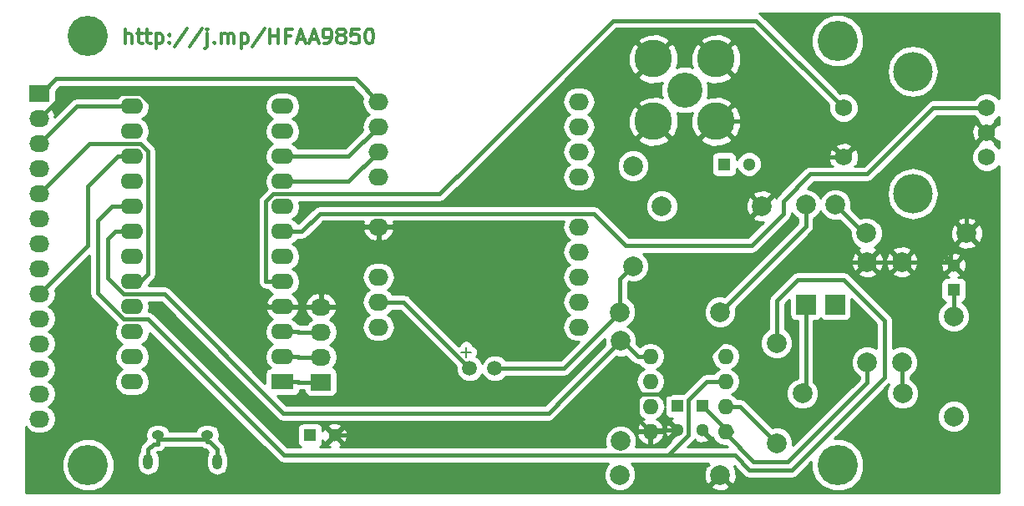
<source format=gbr>
G04 #@! TF.FileFunction,Copper,L1,Top,Signal*
%FSLAX46Y46*%
G04 Gerber Fmt 4.6, Leading zero omitted, Abs format (unit mm)*
G04 Created by KiCad (PCBNEW 4.0.6) date 2017 May 09, Tuesday 22:38:20*
%MOMM*%
%LPD*%
G01*
G04 APERTURE LIST*
%ADD10C,0.100000*%
%ADD11C,0.300000*%
%ADD12C,0.150000*%
%ADD13O,2.000000X1.720000*%
%ADD14O,1.250000X0.950000*%
%ADD15O,1.000000X1.550000*%
%ADD16C,4.064000*%
%ADD17C,1.501140*%
%ADD18R,1.300000X1.300000*%
%ADD19C,1.300000*%
%ADD20C,1.998980*%
%ADD21R,1.998980X1.998980*%
%ADD22C,1.750000*%
%ADD23O,4.000000X4.000000*%
%ADD24O,1.600000X1.600000*%
%ADD25R,2.286000X1.574800*%
%ADD26O,2.286000X1.574800*%
%ADD27C,3.810000*%
%ADD28C,3.556000*%
%ADD29R,2.032000X1.727200*%
%ADD30O,2.032000X1.727200*%
%ADD31C,0.400000*%
%ADD32C,0.254000*%
G04 APERTURE END LIST*
D10*
D11*
X100814286Y-87778571D02*
X100814286Y-86278571D01*
X101457143Y-87778571D02*
X101457143Y-86992857D01*
X101385714Y-86850000D01*
X101242857Y-86778571D01*
X101028572Y-86778571D01*
X100885714Y-86850000D01*
X100814286Y-86921429D01*
X101957143Y-86778571D02*
X102528572Y-86778571D01*
X102171429Y-86278571D02*
X102171429Y-87564286D01*
X102242857Y-87707143D01*
X102385715Y-87778571D01*
X102528572Y-87778571D01*
X102814286Y-86778571D02*
X103385715Y-86778571D01*
X103028572Y-86278571D02*
X103028572Y-87564286D01*
X103100000Y-87707143D01*
X103242858Y-87778571D01*
X103385715Y-87778571D01*
X103885715Y-86778571D02*
X103885715Y-88278571D01*
X103885715Y-86850000D02*
X104028572Y-86778571D01*
X104314286Y-86778571D01*
X104457143Y-86850000D01*
X104528572Y-86921429D01*
X104600001Y-87064286D01*
X104600001Y-87492857D01*
X104528572Y-87635714D01*
X104457143Y-87707143D01*
X104314286Y-87778571D01*
X104028572Y-87778571D01*
X103885715Y-87707143D01*
X105242858Y-87635714D02*
X105314286Y-87707143D01*
X105242858Y-87778571D01*
X105171429Y-87707143D01*
X105242858Y-87635714D01*
X105242858Y-87778571D01*
X105242858Y-86850000D02*
X105314286Y-86921429D01*
X105242858Y-86992857D01*
X105171429Y-86921429D01*
X105242858Y-86850000D01*
X105242858Y-86992857D01*
X107028572Y-86207143D02*
X105742858Y-88135714D01*
X108600001Y-86207143D02*
X107314287Y-88135714D01*
X109100002Y-86778571D02*
X109100002Y-88064286D01*
X109028573Y-88207143D01*
X108885716Y-88278571D01*
X108814288Y-88278571D01*
X109100002Y-86278571D02*
X109028573Y-86350000D01*
X109100002Y-86421429D01*
X109171430Y-86350000D01*
X109100002Y-86278571D01*
X109100002Y-86421429D01*
X109814288Y-87635714D02*
X109885716Y-87707143D01*
X109814288Y-87778571D01*
X109742859Y-87707143D01*
X109814288Y-87635714D01*
X109814288Y-87778571D01*
X110528574Y-87778571D02*
X110528574Y-86778571D01*
X110528574Y-86921429D02*
X110600002Y-86850000D01*
X110742860Y-86778571D01*
X110957145Y-86778571D01*
X111100002Y-86850000D01*
X111171431Y-86992857D01*
X111171431Y-87778571D01*
X111171431Y-86992857D02*
X111242860Y-86850000D01*
X111385717Y-86778571D01*
X111600002Y-86778571D01*
X111742860Y-86850000D01*
X111814288Y-86992857D01*
X111814288Y-87778571D01*
X112528574Y-86778571D02*
X112528574Y-88278571D01*
X112528574Y-86850000D02*
X112671431Y-86778571D01*
X112957145Y-86778571D01*
X113100002Y-86850000D01*
X113171431Y-86921429D01*
X113242860Y-87064286D01*
X113242860Y-87492857D01*
X113171431Y-87635714D01*
X113100002Y-87707143D01*
X112957145Y-87778571D01*
X112671431Y-87778571D01*
X112528574Y-87707143D01*
X114957145Y-86207143D02*
X113671431Y-88135714D01*
X115457146Y-87778571D02*
X115457146Y-86278571D01*
X115457146Y-86992857D02*
X116314289Y-86992857D01*
X116314289Y-87778571D02*
X116314289Y-86278571D01*
X117528575Y-86992857D02*
X117028575Y-86992857D01*
X117028575Y-87778571D02*
X117028575Y-86278571D01*
X117742861Y-86278571D01*
X118242860Y-87350000D02*
X118957146Y-87350000D01*
X118100003Y-87778571D02*
X118600003Y-86278571D01*
X119100003Y-87778571D01*
X119528574Y-87350000D02*
X120242860Y-87350000D01*
X119385717Y-87778571D02*
X119885717Y-86278571D01*
X120385717Y-87778571D01*
X120957145Y-87778571D02*
X121242860Y-87778571D01*
X121385717Y-87707143D01*
X121457145Y-87635714D01*
X121600003Y-87421429D01*
X121671431Y-87135714D01*
X121671431Y-86564286D01*
X121600003Y-86421429D01*
X121528574Y-86350000D01*
X121385717Y-86278571D01*
X121100003Y-86278571D01*
X120957145Y-86350000D01*
X120885717Y-86421429D01*
X120814288Y-86564286D01*
X120814288Y-86921429D01*
X120885717Y-87064286D01*
X120957145Y-87135714D01*
X121100003Y-87207143D01*
X121385717Y-87207143D01*
X121528574Y-87135714D01*
X121600003Y-87064286D01*
X121671431Y-86921429D01*
X122528574Y-86921429D02*
X122385716Y-86850000D01*
X122314288Y-86778571D01*
X122242859Y-86635714D01*
X122242859Y-86564286D01*
X122314288Y-86421429D01*
X122385716Y-86350000D01*
X122528574Y-86278571D01*
X122814288Y-86278571D01*
X122957145Y-86350000D01*
X123028574Y-86421429D01*
X123100002Y-86564286D01*
X123100002Y-86635714D01*
X123028574Y-86778571D01*
X122957145Y-86850000D01*
X122814288Y-86921429D01*
X122528574Y-86921429D01*
X122385716Y-86992857D01*
X122314288Y-87064286D01*
X122242859Y-87207143D01*
X122242859Y-87492857D01*
X122314288Y-87635714D01*
X122385716Y-87707143D01*
X122528574Y-87778571D01*
X122814288Y-87778571D01*
X122957145Y-87707143D01*
X123028574Y-87635714D01*
X123100002Y-87492857D01*
X123100002Y-87207143D01*
X123028574Y-87064286D01*
X122957145Y-86992857D01*
X122814288Y-86921429D01*
X124457145Y-86278571D02*
X123742859Y-86278571D01*
X123671430Y-86992857D01*
X123742859Y-86921429D01*
X123885716Y-86850000D01*
X124242859Y-86850000D01*
X124385716Y-86921429D01*
X124457145Y-86992857D01*
X124528573Y-87135714D01*
X124528573Y-87492857D01*
X124457145Y-87635714D01*
X124385716Y-87707143D01*
X124242859Y-87778571D01*
X123885716Y-87778571D01*
X123742859Y-87707143D01*
X123671430Y-87635714D01*
X125457144Y-86278571D02*
X125600001Y-86278571D01*
X125742858Y-86350000D01*
X125814287Y-86421429D01*
X125885716Y-86564286D01*
X125957144Y-86850000D01*
X125957144Y-87207143D01*
X125885716Y-87492857D01*
X125814287Y-87635714D01*
X125742858Y-87707143D01*
X125600001Y-87778571D01*
X125457144Y-87778571D01*
X125314287Y-87707143D01*
X125242858Y-87635714D01*
X125171430Y-87492857D01*
X125100001Y-87207143D01*
X125100001Y-86850000D01*
X125171430Y-86564286D01*
X125242858Y-86421429D01*
X125314287Y-86350000D01*
X125457144Y-86278571D01*
D12*
X135319000Y-118541000D02*
X135319000Y-119557000D01*
X134811000Y-119049000D02*
X135827000Y-119049000D01*
D13*
X126440000Y-93660000D03*
X126440000Y-96200000D03*
X126440000Y-98740000D03*
X126440000Y-101280000D03*
X126440000Y-106360000D03*
X126440000Y-111440000D03*
X126440000Y-113980000D03*
X126440000Y-116520000D03*
X146760000Y-93660000D03*
X146760000Y-96200000D03*
X146760000Y-98740000D03*
X146760000Y-101280000D03*
X146760000Y-106360000D03*
X146760000Y-108900000D03*
X146760000Y-111440000D03*
X146760000Y-113980000D03*
X146760000Y-116520000D03*
D14*
X109100900Y-127437460D03*
X104100900Y-127437460D03*
D15*
X110100900Y-130137460D03*
X103100900Y-130137460D03*
D16*
X97000000Y-87000000D03*
X97000000Y-130500000D03*
X173000000Y-87500000D03*
X173000000Y-130500000D03*
D17*
X138240000Y-120700000D03*
X135700000Y-120700000D03*
D18*
X159250000Y-124500000D03*
D19*
X159250000Y-127000000D03*
D18*
X156750000Y-124500000D03*
D19*
X156750000Y-127000000D03*
D18*
X184750000Y-112750000D03*
D19*
X184750000Y-110250000D03*
D18*
X161500000Y-100000000D03*
D19*
X164000000Y-100000000D03*
D18*
X119500000Y-127500000D03*
D19*
X122000000Y-127500000D03*
D20*
X169747460Y-104090000D03*
D21*
X169747460Y-114250000D03*
D20*
X172747460Y-104090000D03*
D21*
X172747460Y-114250000D03*
D22*
X188100000Y-99300000D03*
X188100000Y-94300000D03*
X188100000Y-96800000D03*
X173600000Y-94300000D03*
X173600000Y-99300000D03*
D23*
X180600000Y-90600000D03*
X180600000Y-103000000D03*
D24*
X154000000Y-119500000D03*
X154000000Y-122040000D03*
X154000000Y-124580000D03*
X154000000Y-127120000D03*
X161620000Y-127120000D03*
X161620000Y-124580000D03*
X161620000Y-122040000D03*
X161620000Y-119500000D03*
D25*
X116710000Y-122070000D03*
D26*
X116710000Y-119530000D03*
X116710000Y-116990000D03*
X116710000Y-114450000D03*
X116710000Y-111910000D03*
X116710000Y-109370000D03*
X116710000Y-106830000D03*
X116710000Y-104290000D03*
X116710000Y-101750000D03*
X116710000Y-99210000D03*
X116710000Y-96670000D03*
X116710000Y-94130000D03*
X101470000Y-94130000D03*
X101470000Y-96670000D03*
X101470000Y-99210000D03*
X101470000Y-101750000D03*
X101470000Y-104290000D03*
X101470000Y-106830000D03*
X101470000Y-109370000D03*
X101470000Y-111910000D03*
X101470000Y-114450000D03*
X101470000Y-116990000D03*
X101470000Y-119530000D03*
X101470000Y-122070000D03*
D27*
X154325000Y-89325000D03*
D28*
X157500000Y-92500000D03*
D27*
X160675000Y-89325000D03*
X154325000Y-95675000D03*
X160675000Y-95675000D03*
D29*
X92100000Y-92800000D03*
D30*
X92100000Y-95340000D03*
X92100000Y-97880000D03*
X92100000Y-100420000D03*
X92100000Y-102960000D03*
X92100000Y-105500000D03*
X92100000Y-108040000D03*
X92100000Y-110580000D03*
X92100000Y-113120000D03*
X92100000Y-115660000D03*
X92100000Y-118200000D03*
X92100000Y-120740000D03*
X92100000Y-123280000D03*
X92100000Y-125820000D03*
D29*
X120600000Y-122100000D03*
D30*
X120600000Y-119560000D03*
X120600000Y-117020000D03*
X120600000Y-114480000D03*
D20*
X150920000Y-115000000D03*
X161080000Y-115000000D03*
X175920000Y-107000000D03*
X186080000Y-107000000D03*
X176000000Y-120080000D03*
X176000000Y-109920000D03*
X179500000Y-120080000D03*
X179500000Y-109920000D03*
X152250000Y-100170000D03*
X152250000Y-110330000D03*
X184750000Y-125580000D03*
X184750000Y-115420000D03*
X169420000Y-123250000D03*
X179580000Y-123250000D03*
X155170000Y-104250000D03*
X165330000Y-104250000D03*
X161080000Y-131500000D03*
X150920000Y-131500000D03*
X166800000Y-118120000D03*
X166800000Y-128280000D03*
X151000000Y-117920000D03*
X151000000Y-128080000D03*
D31*
X150920000Y-111660000D02*
X152250000Y-110330000D01*
X150920000Y-115000000D02*
X150920000Y-111660000D01*
X145220000Y-120700000D02*
X150920000Y-115000000D01*
X138240000Y-120700000D02*
X145220000Y-120700000D01*
X128980000Y-113980000D02*
X135700000Y-120700000D01*
X126440000Y-113980000D02*
X128980000Y-113980000D01*
X161620000Y-127120000D02*
X162235900Y-127120000D01*
X161620000Y-126870000D02*
X159250000Y-124500000D01*
X161620000Y-127120000D02*
X161620000Y-126870000D01*
X164450000Y-130150000D02*
X167950000Y-130150000D01*
X167950000Y-130150000D02*
X176000000Y-122100000D01*
X176000000Y-122100000D02*
X176000000Y-120080000D01*
X161620000Y-127320000D02*
X164450000Y-130150000D01*
X161620000Y-127120000D02*
X161620000Y-127320000D01*
X179500000Y-123170000D02*
X179500000Y-120080000D01*
X179580000Y-123250000D02*
X179500000Y-123170000D01*
X119103700Y-114450000D02*
X119133700Y-114480000D01*
X116710000Y-114450000D02*
X119103700Y-114450000D01*
X176000000Y-109920000D02*
X179500000Y-109920000D01*
X184420000Y-108660000D02*
X184420000Y-109920000D01*
X186080000Y-107000000D02*
X184420000Y-108660000D01*
X179500000Y-109920000D02*
X184420000Y-109920000D01*
X184420000Y-109920000D02*
X184750000Y-110250000D01*
X120600000Y-114480000D02*
X119866900Y-114480000D01*
X119866900Y-114480000D02*
X119133700Y-114480000D01*
X94614500Y-92825500D02*
X102288100Y-92825500D01*
X102288100Y-92825500D02*
X109090000Y-99627400D01*
X109090000Y-99627400D02*
X109090000Y-106460800D01*
X92100000Y-95340000D02*
X94614500Y-92825500D01*
X170280000Y-99300000D02*
X173600000Y-99300000D01*
X165330000Y-104250000D02*
X168140000Y-101440000D01*
X168140000Y-101440000D02*
X170280000Y-99300000D01*
X186080000Y-98820000D02*
X186080000Y-107000000D01*
X188100000Y-96800000D02*
X186080000Y-98820000D01*
X166655000Y-95675000D02*
X170280000Y-99300000D01*
X160675000Y-95675000D02*
X166655000Y-95675000D01*
X154120000Y-127000000D02*
X154000000Y-127120000D01*
X155500000Y-127000000D02*
X154120000Y-127000000D01*
X156750000Y-127000000D02*
X155500000Y-127000000D01*
X115250000Y-114450000D02*
X109090000Y-108290000D01*
X109090000Y-108290000D02*
X109090000Y-106460800D01*
X116710000Y-114450000D02*
X115250000Y-114450000D01*
X120600000Y-109100000D02*
X123340000Y-106360000D01*
X123340000Y-106360000D02*
X126440000Y-106360000D01*
X120600000Y-114480000D02*
X120600000Y-109100000D01*
X147550000Y-127500000D02*
X149250000Y-125800000D01*
X149250000Y-125800000D02*
X152680000Y-125800000D01*
X152680000Y-125800000D02*
X154000000Y-127120000D01*
X122000000Y-127500000D02*
X147550000Y-127500000D01*
X152680000Y-123720000D02*
X153100000Y-123300000D01*
X155750000Y-123300000D02*
X155950000Y-123300000D01*
X153100000Y-123300000D02*
X155750000Y-123300000D01*
X152680000Y-125800000D02*
X152680000Y-123720000D01*
X156005900Y-123300000D02*
X156700000Y-122605900D01*
X156700000Y-122605900D02*
X169385900Y-109920000D01*
X169385900Y-109920000D02*
X176000000Y-109920000D01*
X155750000Y-123300000D02*
X156005900Y-123300000D01*
X184750000Y-115420000D02*
X184750000Y-112750000D01*
X124130000Y-91350000D02*
X126440000Y-93660000D01*
X93800000Y-91350000D02*
X124130000Y-91350000D01*
X92350000Y-92800000D02*
X93800000Y-91350000D01*
X92100000Y-92800000D02*
X92350000Y-92800000D01*
X175657500Y-107000000D02*
X172747500Y-104090000D01*
X175920000Y-107000000D02*
X175657500Y-107000000D01*
X169747460Y-106332540D02*
X161080000Y-115000000D01*
X169747460Y-104090000D02*
X169747460Y-106332540D01*
X184250000Y-94300000D02*
X188100000Y-94300000D01*
X184225000Y-94300000D02*
X184250000Y-94300000D01*
X163250000Y-108250000D02*
X164250000Y-108250000D01*
X164250000Y-108250000D02*
X167500000Y-105000000D01*
X148250000Y-105000000D02*
X151500000Y-108250000D01*
X184250000Y-94300000D02*
X182700000Y-94300000D01*
X182700000Y-94300000D02*
X176000000Y-101000000D01*
X176000000Y-101000000D02*
X170250000Y-101000000D01*
X170250000Y-101000000D02*
X167500000Y-103750000D01*
X167500000Y-103750000D02*
X167500000Y-105000000D01*
X151500000Y-108250000D02*
X163250000Y-108250000D01*
X118670000Y-106830000D02*
X120500000Y-105000000D01*
X116710000Y-106830000D02*
X118670000Y-106830000D01*
X120500000Y-105000000D02*
X125250000Y-105000000D01*
X125250000Y-105000000D02*
X148250000Y-105000000D01*
X123000000Y-103020000D02*
X123079800Y-103020000D01*
X124950000Y-103020000D02*
X124980000Y-103020000D01*
X123000000Y-103020000D02*
X124950000Y-103020000D01*
X115050900Y-111850900D02*
X115110000Y-111910000D01*
X115110000Y-111910000D02*
X116710000Y-111910000D01*
X115050900Y-109864100D02*
X115050900Y-103773400D01*
X115050900Y-103773400D02*
X115804300Y-103020000D01*
X123000000Y-103020000D02*
X115804300Y-103020000D01*
X115050900Y-109864100D02*
X115050900Y-111850900D01*
X132621000Y-103020000D02*
X133141000Y-102500000D01*
X164733800Y-85433800D02*
X173600000Y-94300000D01*
X150207200Y-85433800D02*
X164733800Y-85433800D01*
X135631000Y-100010000D02*
X150207200Y-85433800D01*
X133141000Y-102500000D02*
X135631000Y-100010000D01*
X124950000Y-103020000D02*
X132621000Y-103020000D01*
X163100000Y-124580000D02*
X161620000Y-124580000D01*
X166800000Y-128280000D02*
X163100000Y-124580000D01*
X157850400Y-123911500D02*
X159721900Y-122040000D01*
X157850400Y-127466500D02*
X157850400Y-123911500D01*
X155786800Y-129530100D02*
X157850400Y-127466500D01*
X159721900Y-122040000D02*
X161620000Y-122040000D01*
X116873600Y-129530100D02*
X155786800Y-129530100D01*
X103063500Y-115720000D02*
X116873600Y-129530100D01*
X100631900Y-115720000D02*
X103063500Y-115720000D01*
X99165200Y-114253300D02*
X100631900Y-115720000D01*
X98000000Y-113088100D02*
X99165200Y-114253300D01*
X98000000Y-105700000D02*
X98000000Y-113088100D01*
X99410000Y-104290000D02*
X98000000Y-105700000D01*
X101470000Y-104290000D02*
X99410000Y-104290000D01*
X162300000Y-129530100D02*
X155786800Y-129530100D01*
X162480100Y-129530100D02*
X162300000Y-129530100D01*
X177750000Y-115850000D02*
X177750000Y-121600000D01*
X173600000Y-111700000D02*
X177750000Y-115850000D01*
X168950000Y-111700000D02*
X173600000Y-111700000D01*
X166800000Y-113850000D02*
X168950000Y-111700000D01*
X166800000Y-118120000D02*
X166800000Y-113850000D01*
X162580100Y-129530100D02*
X164050000Y-131000000D01*
X164050000Y-131000000D02*
X168350000Y-131000000D01*
X168350000Y-131000000D02*
X177750000Y-121600000D01*
X162300000Y-129530100D02*
X162580100Y-129530100D01*
X151169700Y-117920000D02*
X152749700Y-119500000D01*
X151000000Y-117920000D02*
X151169700Y-117920000D01*
X154000000Y-119500000D02*
X152749700Y-119500000D01*
X101470000Y-106830000D02*
X101470000Y-107276900D01*
X101470000Y-107276900D02*
X101409900Y-107276900D01*
X99770000Y-106830000D02*
X99000000Y-107600000D01*
X99000000Y-107600000D02*
X99000000Y-111547800D01*
X99000000Y-111547800D02*
X99830600Y-112378400D01*
X99830600Y-112378400D02*
X100632200Y-113180000D01*
X104000000Y-113180000D02*
X104004600Y-113180000D01*
X100632200Y-113180000D02*
X104000000Y-113180000D01*
X101470000Y-106830000D02*
X99770000Y-106830000D01*
X104730000Y-113180000D02*
X116800000Y-125250000D01*
X116800000Y-125250000D02*
X143670000Y-125250000D01*
X143670000Y-125250000D02*
X145501800Y-123418200D01*
X145501800Y-123418200D02*
X151000000Y-117920000D01*
X104000000Y-113180000D02*
X104730000Y-113180000D01*
X116710000Y-122070000D02*
X118303300Y-122070000D01*
X118333300Y-122100000D02*
X118303300Y-122070000D01*
X120600000Y-122100000D02*
X118333300Y-122100000D01*
X118333300Y-119560000D02*
X118303300Y-119530000D01*
X120600000Y-119560000D02*
X118333300Y-119560000D01*
X116710000Y-119530000D02*
X118303300Y-119530000D01*
X116710000Y-116990000D02*
X118303300Y-116990000D01*
X118333300Y-117020000D02*
X118303300Y-116990000D01*
X120600000Y-117020000D02*
X118333300Y-117020000D01*
X123430000Y-101750000D02*
X116710000Y-101750000D01*
X126440000Y-98740000D02*
X123430000Y-101750000D01*
X123430000Y-99210000D02*
X116710000Y-99210000D01*
X126440000Y-96200000D02*
X123430000Y-99210000D01*
X95850000Y-94130000D02*
X101470000Y-94130000D01*
X92100000Y-97880000D02*
X95850000Y-94130000D01*
X96987700Y-108232300D02*
X96987700Y-104061500D01*
X92100000Y-113120000D02*
X96987700Y-108232300D01*
X99990000Y-99210000D02*
X96987700Y-102212300D01*
X96987700Y-102212300D02*
X96987700Y-104061500D01*
X101470000Y-99210000D02*
X99990000Y-99210000D01*
X103097600Y-98696000D02*
X103097600Y-109913200D01*
X102341700Y-97940100D02*
X103097600Y-98696000D01*
X97119900Y-97940100D02*
X102341700Y-97940100D01*
X92100000Y-102960000D02*
X97119900Y-97940100D01*
X103097600Y-111102400D02*
X103097600Y-109913200D01*
X102290000Y-111910000D02*
X103097600Y-111102400D01*
X101470000Y-111910000D02*
X102290000Y-111910000D01*
X169747500Y-122922500D02*
X169747500Y-114250000D01*
X169420000Y-123250000D02*
X169747500Y-122922500D01*
X103650300Y-128362800D02*
X104100900Y-128362800D01*
X103100900Y-128912200D02*
X103650300Y-128362800D01*
X103100900Y-130137500D02*
X103100900Y-128912200D01*
X110100900Y-130137500D02*
X110100900Y-128912200D01*
X104100900Y-127900100D02*
X109100900Y-127900100D01*
X109100900Y-127437500D02*
X109100900Y-127900100D01*
X104100900Y-127437500D02*
X104100900Y-127900100D01*
X104100900Y-127900100D02*
X104100900Y-128362800D01*
X109100900Y-127900100D02*
X109100900Y-128131400D01*
X109320100Y-128131400D02*
X110100900Y-128912200D01*
X109100900Y-128131400D02*
X109320100Y-128131400D01*
D32*
G36*
X186819138Y-95154229D02*
X187243537Y-95579370D01*
X187266469Y-95588892D01*
X187217545Y-95737940D01*
X188100000Y-96620395D01*
X188982455Y-95737940D01*
X188933682Y-95589352D01*
X188954229Y-95580862D01*
X189315000Y-95220721D01*
X189315000Y-95967747D01*
X189162060Y-95917545D01*
X188279605Y-96800000D01*
X189162060Y-97682455D01*
X189315000Y-97632253D01*
X189315000Y-98379794D01*
X188956463Y-98020630D01*
X188933531Y-98011108D01*
X188982455Y-97862060D01*
X188100000Y-96979605D01*
X187217545Y-97862060D01*
X187266318Y-98010648D01*
X187245771Y-98019138D01*
X186820630Y-98443537D01*
X186590262Y-98998325D01*
X186589738Y-99599040D01*
X186819138Y-100154229D01*
X187243537Y-100579370D01*
X187798325Y-100809738D01*
X188399040Y-100810262D01*
X188954229Y-100580862D01*
X189315000Y-100220721D01*
X189315000Y-133315000D01*
X90685000Y-133315000D01*
X90685000Y-131028172D01*
X94332538Y-131028172D01*
X94737709Y-132008761D01*
X95487293Y-132759655D01*
X96467173Y-133166536D01*
X97528172Y-133167462D01*
X98508761Y-132762291D01*
X99259655Y-132012707D01*
X99666536Y-131032827D01*
X99667462Y-129971828D01*
X99610859Y-129834836D01*
X101965900Y-129834836D01*
X101965900Y-130440084D01*
X102052297Y-130874430D01*
X102298334Y-131242650D01*
X102666554Y-131488687D01*
X103100900Y-131575084D01*
X103535246Y-131488687D01*
X103903466Y-131242650D01*
X104149503Y-130874430D01*
X104235900Y-130440084D01*
X104235900Y-129834836D01*
X104149503Y-129400490D01*
X104014070Y-129197800D01*
X104100900Y-129197800D01*
X104420441Y-129134239D01*
X104691334Y-128953234D01*
X104837087Y-128735100D01*
X108530320Y-128735100D01*
X108781359Y-128902839D01*
X108942780Y-128934948D01*
X109194901Y-129187069D01*
X109052297Y-129400490D01*
X108965900Y-129834836D01*
X108965900Y-130440084D01*
X109052297Y-130874430D01*
X109298334Y-131242650D01*
X109666554Y-131488687D01*
X110100900Y-131575084D01*
X110535246Y-131488687D01*
X110903466Y-131242650D01*
X111149503Y-130874430D01*
X111235900Y-130440084D01*
X111235900Y-129834836D01*
X111149503Y-129400490D01*
X110935900Y-129080811D01*
X110935900Y-128912200D01*
X110872339Y-128592659D01*
X110691334Y-128321766D01*
X110273340Y-127903772D01*
X110301091Y-127862239D01*
X110385585Y-127437460D01*
X110301091Y-127012681D01*
X110060474Y-126652571D01*
X109700364Y-126411954D01*
X109275585Y-126327460D01*
X108926215Y-126327460D01*
X108501436Y-126411954D01*
X108141326Y-126652571D01*
X107900709Y-127012681D01*
X107890282Y-127065100D01*
X105311518Y-127065100D01*
X105301091Y-127012681D01*
X105060474Y-126652571D01*
X104700364Y-126411954D01*
X104275585Y-126327460D01*
X103926215Y-126327460D01*
X103501436Y-126411954D01*
X103141326Y-126652571D01*
X102900709Y-127012681D01*
X102816215Y-127437460D01*
X102900709Y-127862239D01*
X102928460Y-127903772D01*
X102510466Y-128321766D01*
X102329461Y-128592659D01*
X102265900Y-128912200D01*
X102265900Y-129080811D01*
X102052297Y-129400490D01*
X101965900Y-129834836D01*
X99610859Y-129834836D01*
X99262291Y-128991239D01*
X98512707Y-128240345D01*
X97532827Y-127833464D01*
X96471828Y-127832538D01*
X95491239Y-128237709D01*
X94740345Y-128987293D01*
X94333464Y-129967173D01*
X94332538Y-131028172D01*
X90685000Y-131028172D01*
X90685000Y-126624372D01*
X90855585Y-126879670D01*
X91341766Y-127204526D01*
X91915255Y-127318600D01*
X92284745Y-127318600D01*
X92858234Y-127204526D01*
X93344415Y-126879670D01*
X93669271Y-126393489D01*
X93783345Y-125820000D01*
X93669271Y-125246511D01*
X93344415Y-124760330D01*
X93029634Y-124550000D01*
X93344415Y-124339670D01*
X93669271Y-123853489D01*
X93783345Y-123280000D01*
X93669271Y-122706511D01*
X93344415Y-122220330D01*
X93029634Y-122010000D01*
X93344415Y-121799670D01*
X93669271Y-121313489D01*
X93783345Y-120740000D01*
X93669271Y-120166511D01*
X93344415Y-119680330D01*
X93029634Y-119470000D01*
X93344415Y-119259670D01*
X93669271Y-118773489D01*
X93783345Y-118200000D01*
X93669271Y-117626511D01*
X93344415Y-117140330D01*
X93029634Y-116930000D01*
X93344415Y-116719670D01*
X93669271Y-116233489D01*
X93783345Y-115660000D01*
X93669271Y-115086511D01*
X93344415Y-114600330D01*
X93029634Y-114390000D01*
X93344415Y-114179670D01*
X93669271Y-113693489D01*
X93783345Y-113120000D01*
X93699979Y-112700889D01*
X97165000Y-109235868D01*
X97165000Y-113088100D01*
X97228561Y-113407641D01*
X97310626Y-113530460D01*
X97409566Y-113678534D01*
X99930169Y-116199137D01*
X99765441Y-116445671D01*
X99657167Y-116990000D01*
X99765441Y-117534329D01*
X100073778Y-117995789D01*
X100469199Y-118260000D01*
X100073778Y-118524211D01*
X99765441Y-118985671D01*
X99657167Y-119530000D01*
X99765441Y-120074329D01*
X100073778Y-120535789D01*
X100469199Y-120800000D01*
X100073778Y-121064211D01*
X99765441Y-121525671D01*
X99657167Y-122070000D01*
X99765441Y-122614329D01*
X100073778Y-123075789D01*
X100535238Y-123384126D01*
X101079567Y-123492400D01*
X101860433Y-123492400D01*
X102404762Y-123384126D01*
X102866222Y-123075789D01*
X103174559Y-122614329D01*
X103282833Y-122070000D01*
X103174559Y-121525671D01*
X102866222Y-121064211D01*
X102470801Y-120800000D01*
X102866222Y-120535789D01*
X103174559Y-120074329D01*
X103282833Y-119530000D01*
X103174559Y-118985671D01*
X102866222Y-118524211D01*
X102470801Y-118260000D01*
X102866222Y-117995789D01*
X103174559Y-117534329D01*
X103261231Y-117098599D01*
X116283166Y-130120534D01*
X116554060Y-130301540D01*
X116873600Y-130365100D01*
X149743344Y-130365100D01*
X149535154Y-130572927D01*
X149285794Y-131173453D01*
X149285226Y-131823694D01*
X149533538Y-132424655D01*
X149992927Y-132884846D01*
X150593453Y-133134206D01*
X151243694Y-133134774D01*
X151844655Y-132886462D01*
X152079363Y-132652163D01*
X160107443Y-132652163D01*
X160206042Y-132918965D01*
X160815582Y-133145401D01*
X161465377Y-133121341D01*
X161953958Y-132918965D01*
X162052557Y-132652163D01*
X161080000Y-131679605D01*
X160107443Y-132652163D01*
X152079363Y-132652163D01*
X152304846Y-132427073D01*
X152554206Y-131826547D01*
X152554774Y-131176306D01*
X152306462Y-130575345D01*
X152096583Y-130365100D01*
X159861616Y-130365100D01*
X159813554Y-130413162D01*
X159927836Y-130527444D01*
X159661035Y-130626042D01*
X159434599Y-131235582D01*
X159458659Y-131885377D01*
X159661035Y-132373958D01*
X159927837Y-132472557D01*
X160900395Y-131500000D01*
X160886252Y-131485858D01*
X161065858Y-131306252D01*
X161080000Y-131320395D01*
X161094142Y-131306252D01*
X161273748Y-131485858D01*
X161259605Y-131500000D01*
X162232163Y-132472557D01*
X162498965Y-132373958D01*
X162725401Y-131764418D01*
X162701341Y-131114623D01*
X162501646Y-130632514D01*
X163459566Y-131590435D01*
X163730460Y-131771440D01*
X164050000Y-131835000D01*
X168350000Y-131835000D01*
X168669541Y-131771439D01*
X168940434Y-131590434D01*
X170333263Y-130197605D01*
X170332538Y-131028172D01*
X170737709Y-132008761D01*
X171487293Y-132759655D01*
X172467173Y-133166536D01*
X173528172Y-133167462D01*
X174508761Y-132762291D01*
X175259655Y-132012707D01*
X175666536Y-131032827D01*
X175667462Y-129971828D01*
X175262291Y-128991239D01*
X174512707Y-128240345D01*
X173532827Y-127833464D01*
X172698133Y-127832736D01*
X174627175Y-125903694D01*
X183115226Y-125903694D01*
X183363538Y-126504655D01*
X183822927Y-126964846D01*
X184423453Y-127214206D01*
X185073694Y-127214774D01*
X185674655Y-126966462D01*
X186134846Y-126507073D01*
X186384206Y-125906547D01*
X186384774Y-125256306D01*
X186136462Y-124655345D01*
X185677073Y-124195154D01*
X185076547Y-123945794D01*
X184426306Y-123945226D01*
X183825345Y-124193538D01*
X183365154Y-124652927D01*
X183115794Y-125253453D01*
X183115226Y-125903694D01*
X174627175Y-125903694D01*
X178186073Y-122344796D01*
X177945794Y-122923453D01*
X177945226Y-123573694D01*
X178193538Y-124174655D01*
X178652927Y-124634846D01*
X179253453Y-124884206D01*
X179903694Y-124884774D01*
X180504655Y-124636462D01*
X180964846Y-124177073D01*
X181214206Y-123576547D01*
X181214774Y-122926306D01*
X180966462Y-122325345D01*
X180507073Y-121865154D01*
X180335000Y-121793703D01*
X180335000Y-121503507D01*
X180424655Y-121466462D01*
X180884846Y-121007073D01*
X181134206Y-120406547D01*
X181134774Y-119756306D01*
X180886462Y-119155345D01*
X180427073Y-118695154D01*
X179826547Y-118445794D01*
X179176306Y-118445226D01*
X178585000Y-118689549D01*
X178585000Y-115850000D01*
X178563855Y-115743694D01*
X183115226Y-115743694D01*
X183363538Y-116344655D01*
X183822927Y-116804846D01*
X184423453Y-117054206D01*
X185073694Y-117054774D01*
X185674655Y-116806462D01*
X186134846Y-116347073D01*
X186384206Y-115746547D01*
X186384774Y-115096306D01*
X186136462Y-114495345D01*
X185677073Y-114035154D01*
X185611032Y-114007731D01*
X185635317Y-114003162D01*
X185851441Y-113864090D01*
X185996431Y-113651890D01*
X186047440Y-113400000D01*
X186047440Y-112100000D01*
X186003162Y-111864683D01*
X185864090Y-111648559D01*
X185651890Y-111503569D01*
X185400000Y-111452560D01*
X185237615Y-111452560D01*
X185413729Y-111379611D01*
X185469410Y-111149016D01*
X184750000Y-110429605D01*
X184030590Y-111149016D01*
X184086271Y-111379611D01*
X184295902Y-111452560D01*
X184100000Y-111452560D01*
X183864683Y-111496838D01*
X183648559Y-111635910D01*
X183503569Y-111848110D01*
X183452560Y-112100000D01*
X183452560Y-113400000D01*
X183496838Y-113635317D01*
X183635910Y-113851441D01*
X183848110Y-113996431D01*
X183893101Y-114005542D01*
X183825345Y-114033538D01*
X183365154Y-114492927D01*
X183115794Y-115093453D01*
X183115226Y-115743694D01*
X178563855Y-115743694D01*
X178521439Y-115530459D01*
X178340434Y-115259566D01*
X174190434Y-111109566D01*
X174134457Y-111072163D01*
X175027443Y-111072163D01*
X175126042Y-111338965D01*
X175735582Y-111565401D01*
X176385377Y-111541341D01*
X176873958Y-111338965D01*
X176972557Y-111072163D01*
X178527443Y-111072163D01*
X178626042Y-111338965D01*
X179235582Y-111565401D01*
X179885377Y-111541341D01*
X180373958Y-111338965D01*
X180472557Y-111072163D01*
X179500000Y-110099605D01*
X178527443Y-111072163D01*
X176972557Y-111072163D01*
X176000000Y-110099605D01*
X175027443Y-111072163D01*
X174134457Y-111072163D01*
X174130570Y-111069566D01*
X173919541Y-110928561D01*
X173600000Y-110865000D01*
X168950000Y-110865000D01*
X168630459Y-110928561D01*
X168419430Y-111069566D01*
X168359566Y-111109566D01*
X166209566Y-113259566D01*
X166028561Y-113530459D01*
X165965000Y-113850000D01*
X165965000Y-116696493D01*
X165875345Y-116733538D01*
X165415154Y-117192927D01*
X165165794Y-117793453D01*
X165165226Y-118443694D01*
X165413538Y-119044655D01*
X165872927Y-119504846D01*
X166473453Y-119754206D01*
X167123694Y-119754774D01*
X167724655Y-119506462D01*
X168184846Y-119047073D01*
X168434206Y-118446547D01*
X168434774Y-117796306D01*
X168186462Y-117195345D01*
X167727073Y-116735154D01*
X167635000Y-116696922D01*
X167635000Y-114195868D01*
X168100530Y-113730338D01*
X168100530Y-115249490D01*
X168144808Y-115484807D01*
X168283880Y-115700931D01*
X168496080Y-115845921D01*
X168747970Y-115896930D01*
X168912500Y-115896930D01*
X168912500Y-121691173D01*
X168495345Y-121863538D01*
X168035154Y-122322927D01*
X167785794Y-122923453D01*
X167785226Y-123573694D01*
X168033538Y-124174655D01*
X168492927Y-124634846D01*
X169093453Y-124884206D01*
X169743694Y-124884774D01*
X170344655Y-124636462D01*
X170804846Y-124177073D01*
X171054206Y-123576547D01*
X171054774Y-122926306D01*
X170806462Y-122325345D01*
X170582500Y-122100992D01*
X170582500Y-115896930D01*
X170746950Y-115896930D01*
X170982267Y-115852652D01*
X171198391Y-115713580D01*
X171246609Y-115643010D01*
X171283880Y-115700931D01*
X171496080Y-115845921D01*
X171747970Y-115896930D01*
X173746950Y-115896930D01*
X173982267Y-115852652D01*
X174198391Y-115713580D01*
X174343381Y-115501380D01*
X174394390Y-115249490D01*
X174394390Y-113675258D01*
X176915000Y-116195868D01*
X176915000Y-118690141D01*
X176326547Y-118445794D01*
X175676306Y-118445226D01*
X175075345Y-118693538D01*
X174615154Y-119152927D01*
X174365794Y-119753453D01*
X174365226Y-120403694D01*
X174613538Y-121004655D01*
X175072927Y-121464846D01*
X175165000Y-121503078D01*
X175165000Y-121754132D01*
X168434312Y-128484820D01*
X168434774Y-127956306D01*
X168186462Y-127355345D01*
X167727073Y-126895154D01*
X167126547Y-126645794D01*
X166476306Y-126645226D01*
X166384166Y-126683298D01*
X163690434Y-123989566D01*
X163419541Y-123808561D01*
X163100000Y-123745000D01*
X162782882Y-123745000D01*
X162662811Y-123565302D01*
X162280725Y-123310000D01*
X162662811Y-123054698D01*
X162973880Y-122589151D01*
X163083113Y-122040000D01*
X162973880Y-121490849D01*
X162662811Y-121025302D01*
X162280725Y-120770000D01*
X162662811Y-120514698D01*
X162973880Y-120049151D01*
X163083113Y-119500000D01*
X162973880Y-118950849D01*
X162662811Y-118485302D01*
X162197264Y-118174233D01*
X161648113Y-118065000D01*
X161591887Y-118065000D01*
X161042736Y-118174233D01*
X160577189Y-118485302D01*
X160266120Y-118950849D01*
X160156887Y-119500000D01*
X160266120Y-120049151D01*
X160577189Y-120514698D01*
X160959275Y-120770000D01*
X160577189Y-121025302D01*
X160457118Y-121205000D01*
X159721900Y-121205000D01*
X159402360Y-121268560D01*
X159131466Y-121449566D01*
X157378472Y-123202560D01*
X156100000Y-123202560D01*
X155864683Y-123246838D01*
X155648559Y-123385910D01*
X155503569Y-123598110D01*
X155452560Y-123850000D01*
X155452560Y-124526947D01*
X155353880Y-124030849D01*
X155042811Y-123565302D01*
X154660725Y-123310000D01*
X155042811Y-123054698D01*
X155353880Y-122589151D01*
X155463113Y-122040000D01*
X155353880Y-121490849D01*
X155042811Y-121025302D01*
X154660725Y-120770000D01*
X155042811Y-120514698D01*
X155353880Y-120049151D01*
X155463113Y-119500000D01*
X155353880Y-118950849D01*
X155042811Y-118485302D01*
X154577264Y-118174233D01*
X154028113Y-118065000D01*
X153971887Y-118065000D01*
X153422736Y-118174233D01*
X152957189Y-118485302D01*
X152940639Y-118510071D01*
X152634243Y-118203675D01*
X152634774Y-117596306D01*
X152386462Y-116995345D01*
X151927073Y-116535154D01*
X151706479Y-116443555D01*
X151844655Y-116386462D01*
X152304846Y-115927073D01*
X152554206Y-115326547D01*
X152554774Y-114676306D01*
X152306462Y-114075345D01*
X151847073Y-113615154D01*
X151755000Y-113576922D01*
X151755000Y-112005868D01*
X151833863Y-111927005D01*
X151923453Y-111964206D01*
X152573694Y-111964774D01*
X153174655Y-111716462D01*
X153634846Y-111257073D01*
X153884206Y-110656547D01*
X153884774Y-110006306D01*
X153636462Y-109405345D01*
X153316675Y-109085000D01*
X164250000Y-109085000D01*
X164569541Y-109021439D01*
X164840434Y-108840434D01*
X168090434Y-105590434D01*
X168160184Y-105486046D01*
X168271439Y-105319541D01*
X168335000Y-105000000D01*
X168335000Y-104951735D01*
X168360998Y-105014655D01*
X168820387Y-105474846D01*
X168912460Y-105513078D01*
X168912460Y-105986671D01*
X161496137Y-113402995D01*
X161406547Y-113365794D01*
X160756306Y-113365226D01*
X160155345Y-113613538D01*
X159695154Y-114072927D01*
X159445794Y-114673453D01*
X159445226Y-115323694D01*
X159693538Y-115924655D01*
X160152927Y-116384846D01*
X160753453Y-116634206D01*
X161403694Y-116634774D01*
X162004655Y-116386462D01*
X162464846Y-115927073D01*
X162714206Y-115326547D01*
X162714774Y-114676306D01*
X162676702Y-114584166D01*
X167605286Y-109655582D01*
X174354599Y-109655582D01*
X174378659Y-110305377D01*
X174581035Y-110793958D01*
X174847837Y-110892557D01*
X175820395Y-109920000D01*
X176179605Y-109920000D01*
X177152163Y-110892557D01*
X177418965Y-110793958D01*
X177645401Y-110184418D01*
X177625820Y-109655582D01*
X177854599Y-109655582D01*
X177878659Y-110305377D01*
X178081035Y-110793958D01*
X178347837Y-110892557D01*
X179320395Y-109920000D01*
X179679605Y-109920000D01*
X180652163Y-110892557D01*
X180918965Y-110793958D01*
X181145401Y-110184418D01*
X181141131Y-110069078D01*
X183452378Y-110069078D01*
X183481917Y-110579428D01*
X183620389Y-110913729D01*
X183850984Y-110969410D01*
X184570395Y-110250000D01*
X184929605Y-110250000D01*
X185649016Y-110969410D01*
X185879611Y-110913729D01*
X186047622Y-110430922D01*
X186018083Y-109920572D01*
X185879611Y-109586271D01*
X185649016Y-109530590D01*
X184929605Y-110250000D01*
X184570395Y-110250000D01*
X183850984Y-109530590D01*
X183620389Y-109586271D01*
X183452378Y-110069078D01*
X181141131Y-110069078D01*
X181121341Y-109534623D01*
X181045276Y-109350984D01*
X184030590Y-109350984D01*
X184750000Y-110070395D01*
X185469410Y-109350984D01*
X185413729Y-109120389D01*
X184930922Y-108952378D01*
X184420572Y-108981917D01*
X184086271Y-109120389D01*
X184030590Y-109350984D01*
X181045276Y-109350984D01*
X180918965Y-109046042D01*
X180652163Y-108947443D01*
X179679605Y-109920000D01*
X179320395Y-109920000D01*
X178347837Y-108947443D01*
X178081035Y-109046042D01*
X177854599Y-109655582D01*
X177625820Y-109655582D01*
X177621341Y-109534623D01*
X177418965Y-109046042D01*
X177152163Y-108947443D01*
X176179605Y-109920000D01*
X175820395Y-109920000D01*
X174847837Y-108947443D01*
X174581035Y-109046042D01*
X174354599Y-109655582D01*
X167605286Y-109655582D01*
X170337894Y-106922975D01*
X170474545Y-106718461D01*
X170518899Y-106652081D01*
X170582460Y-106332540D01*
X170582460Y-105513507D01*
X170672115Y-105476462D01*
X171132306Y-105017073D01*
X171247435Y-104739811D01*
X171360998Y-105014655D01*
X171820387Y-105474846D01*
X172420913Y-105724206D01*
X173071154Y-105724774D01*
X173163323Y-105686691D01*
X174285676Y-106809044D01*
X174285226Y-107323694D01*
X174533538Y-107924655D01*
X174992927Y-108384846D01*
X175199482Y-108470615D01*
X175126042Y-108501035D01*
X175027443Y-108767837D01*
X176000000Y-109740395D01*
X176972557Y-108767837D01*
X178527443Y-108767837D01*
X179500000Y-109740395D01*
X180472557Y-108767837D01*
X180373958Y-108501035D01*
X179764418Y-108274599D01*
X179114623Y-108298659D01*
X178626042Y-108501035D01*
X178527443Y-108767837D01*
X176972557Y-108767837D01*
X176873958Y-108501035D01*
X176712515Y-108441061D01*
X176844655Y-108386462D01*
X177079363Y-108152163D01*
X185107443Y-108152163D01*
X185206042Y-108418965D01*
X185815582Y-108645401D01*
X186465377Y-108621341D01*
X186953958Y-108418965D01*
X187052557Y-108152163D01*
X186080000Y-107179605D01*
X185107443Y-108152163D01*
X177079363Y-108152163D01*
X177304846Y-107927073D01*
X177554206Y-107326547D01*
X177554722Y-106735582D01*
X184434599Y-106735582D01*
X184458659Y-107385377D01*
X184661035Y-107873958D01*
X184927837Y-107972557D01*
X185900395Y-107000000D01*
X186259605Y-107000000D01*
X187232163Y-107972557D01*
X187498965Y-107873958D01*
X187725401Y-107264418D01*
X187701341Y-106614623D01*
X187498965Y-106126042D01*
X187232163Y-106027443D01*
X186259605Y-107000000D01*
X185900395Y-107000000D01*
X184927837Y-106027443D01*
X184661035Y-106126042D01*
X184434599Y-106735582D01*
X177554722Y-106735582D01*
X177554774Y-106676306D01*
X177306462Y-106075345D01*
X177079351Y-105847837D01*
X185107443Y-105847837D01*
X186080000Y-106820395D01*
X187052557Y-105847837D01*
X186953958Y-105581035D01*
X186344418Y-105354599D01*
X185694623Y-105378659D01*
X185206042Y-105581035D01*
X185107443Y-105847837D01*
X177079351Y-105847837D01*
X176847073Y-105615154D01*
X176246547Y-105365794D01*
X175596306Y-105365226D01*
X175318416Y-105480048D01*
X174344477Y-104506109D01*
X174381666Y-104416547D01*
X174382234Y-103766306D01*
X174133922Y-103165345D01*
X173917333Y-102948377D01*
X177965000Y-102948377D01*
X177965000Y-103051623D01*
X178165577Y-104059994D01*
X178736774Y-104914849D01*
X179591629Y-105486046D01*
X180600000Y-105686623D01*
X181608371Y-105486046D01*
X182463226Y-104914849D01*
X183034423Y-104059994D01*
X183235000Y-103051623D01*
X183235000Y-102948377D01*
X183034423Y-101940006D01*
X182463226Y-101085151D01*
X181608371Y-100513954D01*
X180600000Y-100313377D01*
X179591629Y-100513954D01*
X178736774Y-101085151D01*
X178165577Y-101940006D01*
X177965000Y-102948377D01*
X173917333Y-102948377D01*
X173674533Y-102705154D01*
X173074007Y-102455794D01*
X172423766Y-102455226D01*
X171822805Y-102703538D01*
X171362614Y-103162927D01*
X171247485Y-103440189D01*
X171133922Y-103165345D01*
X170674533Y-102705154D01*
X170074007Y-102455794D01*
X169975160Y-102455708D01*
X170595868Y-101835000D01*
X176000000Y-101835000D01*
X176319541Y-101771439D01*
X176590434Y-101590434D01*
X181615562Y-96565306D01*
X186578410Y-96565306D01*
X186604421Y-97165458D01*
X186784047Y-97599116D01*
X187037940Y-97682455D01*
X187920395Y-96800000D01*
X187037940Y-95917545D01*
X186784047Y-96000884D01*
X186578410Y-96565306D01*
X181615562Y-96565306D01*
X183045868Y-95135000D01*
X186811193Y-95135000D01*
X186819138Y-95154229D01*
X186819138Y-95154229D01*
G37*
X186819138Y-95154229D02*
X187243537Y-95579370D01*
X187266469Y-95588892D01*
X187217545Y-95737940D01*
X188100000Y-96620395D01*
X188982455Y-95737940D01*
X188933682Y-95589352D01*
X188954229Y-95580862D01*
X189315000Y-95220721D01*
X189315000Y-95967747D01*
X189162060Y-95917545D01*
X188279605Y-96800000D01*
X189162060Y-97682455D01*
X189315000Y-97632253D01*
X189315000Y-98379794D01*
X188956463Y-98020630D01*
X188933531Y-98011108D01*
X188982455Y-97862060D01*
X188100000Y-96979605D01*
X187217545Y-97862060D01*
X187266318Y-98010648D01*
X187245771Y-98019138D01*
X186820630Y-98443537D01*
X186590262Y-98998325D01*
X186589738Y-99599040D01*
X186819138Y-100154229D01*
X187243537Y-100579370D01*
X187798325Y-100809738D01*
X188399040Y-100810262D01*
X188954229Y-100580862D01*
X189315000Y-100220721D01*
X189315000Y-133315000D01*
X90685000Y-133315000D01*
X90685000Y-131028172D01*
X94332538Y-131028172D01*
X94737709Y-132008761D01*
X95487293Y-132759655D01*
X96467173Y-133166536D01*
X97528172Y-133167462D01*
X98508761Y-132762291D01*
X99259655Y-132012707D01*
X99666536Y-131032827D01*
X99667462Y-129971828D01*
X99610859Y-129834836D01*
X101965900Y-129834836D01*
X101965900Y-130440084D01*
X102052297Y-130874430D01*
X102298334Y-131242650D01*
X102666554Y-131488687D01*
X103100900Y-131575084D01*
X103535246Y-131488687D01*
X103903466Y-131242650D01*
X104149503Y-130874430D01*
X104235900Y-130440084D01*
X104235900Y-129834836D01*
X104149503Y-129400490D01*
X104014070Y-129197800D01*
X104100900Y-129197800D01*
X104420441Y-129134239D01*
X104691334Y-128953234D01*
X104837087Y-128735100D01*
X108530320Y-128735100D01*
X108781359Y-128902839D01*
X108942780Y-128934948D01*
X109194901Y-129187069D01*
X109052297Y-129400490D01*
X108965900Y-129834836D01*
X108965900Y-130440084D01*
X109052297Y-130874430D01*
X109298334Y-131242650D01*
X109666554Y-131488687D01*
X110100900Y-131575084D01*
X110535246Y-131488687D01*
X110903466Y-131242650D01*
X111149503Y-130874430D01*
X111235900Y-130440084D01*
X111235900Y-129834836D01*
X111149503Y-129400490D01*
X110935900Y-129080811D01*
X110935900Y-128912200D01*
X110872339Y-128592659D01*
X110691334Y-128321766D01*
X110273340Y-127903772D01*
X110301091Y-127862239D01*
X110385585Y-127437460D01*
X110301091Y-127012681D01*
X110060474Y-126652571D01*
X109700364Y-126411954D01*
X109275585Y-126327460D01*
X108926215Y-126327460D01*
X108501436Y-126411954D01*
X108141326Y-126652571D01*
X107900709Y-127012681D01*
X107890282Y-127065100D01*
X105311518Y-127065100D01*
X105301091Y-127012681D01*
X105060474Y-126652571D01*
X104700364Y-126411954D01*
X104275585Y-126327460D01*
X103926215Y-126327460D01*
X103501436Y-126411954D01*
X103141326Y-126652571D01*
X102900709Y-127012681D01*
X102816215Y-127437460D01*
X102900709Y-127862239D01*
X102928460Y-127903772D01*
X102510466Y-128321766D01*
X102329461Y-128592659D01*
X102265900Y-128912200D01*
X102265900Y-129080811D01*
X102052297Y-129400490D01*
X101965900Y-129834836D01*
X99610859Y-129834836D01*
X99262291Y-128991239D01*
X98512707Y-128240345D01*
X97532827Y-127833464D01*
X96471828Y-127832538D01*
X95491239Y-128237709D01*
X94740345Y-128987293D01*
X94333464Y-129967173D01*
X94332538Y-131028172D01*
X90685000Y-131028172D01*
X90685000Y-126624372D01*
X90855585Y-126879670D01*
X91341766Y-127204526D01*
X91915255Y-127318600D01*
X92284745Y-127318600D01*
X92858234Y-127204526D01*
X93344415Y-126879670D01*
X93669271Y-126393489D01*
X93783345Y-125820000D01*
X93669271Y-125246511D01*
X93344415Y-124760330D01*
X93029634Y-124550000D01*
X93344415Y-124339670D01*
X93669271Y-123853489D01*
X93783345Y-123280000D01*
X93669271Y-122706511D01*
X93344415Y-122220330D01*
X93029634Y-122010000D01*
X93344415Y-121799670D01*
X93669271Y-121313489D01*
X93783345Y-120740000D01*
X93669271Y-120166511D01*
X93344415Y-119680330D01*
X93029634Y-119470000D01*
X93344415Y-119259670D01*
X93669271Y-118773489D01*
X93783345Y-118200000D01*
X93669271Y-117626511D01*
X93344415Y-117140330D01*
X93029634Y-116930000D01*
X93344415Y-116719670D01*
X93669271Y-116233489D01*
X93783345Y-115660000D01*
X93669271Y-115086511D01*
X93344415Y-114600330D01*
X93029634Y-114390000D01*
X93344415Y-114179670D01*
X93669271Y-113693489D01*
X93783345Y-113120000D01*
X93699979Y-112700889D01*
X97165000Y-109235868D01*
X97165000Y-113088100D01*
X97228561Y-113407641D01*
X97310626Y-113530460D01*
X97409566Y-113678534D01*
X99930169Y-116199137D01*
X99765441Y-116445671D01*
X99657167Y-116990000D01*
X99765441Y-117534329D01*
X100073778Y-117995789D01*
X100469199Y-118260000D01*
X100073778Y-118524211D01*
X99765441Y-118985671D01*
X99657167Y-119530000D01*
X99765441Y-120074329D01*
X100073778Y-120535789D01*
X100469199Y-120800000D01*
X100073778Y-121064211D01*
X99765441Y-121525671D01*
X99657167Y-122070000D01*
X99765441Y-122614329D01*
X100073778Y-123075789D01*
X100535238Y-123384126D01*
X101079567Y-123492400D01*
X101860433Y-123492400D01*
X102404762Y-123384126D01*
X102866222Y-123075789D01*
X103174559Y-122614329D01*
X103282833Y-122070000D01*
X103174559Y-121525671D01*
X102866222Y-121064211D01*
X102470801Y-120800000D01*
X102866222Y-120535789D01*
X103174559Y-120074329D01*
X103282833Y-119530000D01*
X103174559Y-118985671D01*
X102866222Y-118524211D01*
X102470801Y-118260000D01*
X102866222Y-117995789D01*
X103174559Y-117534329D01*
X103261231Y-117098599D01*
X116283166Y-130120534D01*
X116554060Y-130301540D01*
X116873600Y-130365100D01*
X149743344Y-130365100D01*
X149535154Y-130572927D01*
X149285794Y-131173453D01*
X149285226Y-131823694D01*
X149533538Y-132424655D01*
X149992927Y-132884846D01*
X150593453Y-133134206D01*
X151243694Y-133134774D01*
X151844655Y-132886462D01*
X152079363Y-132652163D01*
X160107443Y-132652163D01*
X160206042Y-132918965D01*
X160815582Y-133145401D01*
X161465377Y-133121341D01*
X161953958Y-132918965D01*
X162052557Y-132652163D01*
X161080000Y-131679605D01*
X160107443Y-132652163D01*
X152079363Y-132652163D01*
X152304846Y-132427073D01*
X152554206Y-131826547D01*
X152554774Y-131176306D01*
X152306462Y-130575345D01*
X152096583Y-130365100D01*
X159861616Y-130365100D01*
X159813554Y-130413162D01*
X159927836Y-130527444D01*
X159661035Y-130626042D01*
X159434599Y-131235582D01*
X159458659Y-131885377D01*
X159661035Y-132373958D01*
X159927837Y-132472557D01*
X160900395Y-131500000D01*
X160886252Y-131485858D01*
X161065858Y-131306252D01*
X161080000Y-131320395D01*
X161094142Y-131306252D01*
X161273748Y-131485858D01*
X161259605Y-131500000D01*
X162232163Y-132472557D01*
X162498965Y-132373958D01*
X162725401Y-131764418D01*
X162701341Y-131114623D01*
X162501646Y-130632514D01*
X163459566Y-131590435D01*
X163730460Y-131771440D01*
X164050000Y-131835000D01*
X168350000Y-131835000D01*
X168669541Y-131771439D01*
X168940434Y-131590434D01*
X170333263Y-130197605D01*
X170332538Y-131028172D01*
X170737709Y-132008761D01*
X171487293Y-132759655D01*
X172467173Y-133166536D01*
X173528172Y-133167462D01*
X174508761Y-132762291D01*
X175259655Y-132012707D01*
X175666536Y-131032827D01*
X175667462Y-129971828D01*
X175262291Y-128991239D01*
X174512707Y-128240345D01*
X173532827Y-127833464D01*
X172698133Y-127832736D01*
X174627175Y-125903694D01*
X183115226Y-125903694D01*
X183363538Y-126504655D01*
X183822927Y-126964846D01*
X184423453Y-127214206D01*
X185073694Y-127214774D01*
X185674655Y-126966462D01*
X186134846Y-126507073D01*
X186384206Y-125906547D01*
X186384774Y-125256306D01*
X186136462Y-124655345D01*
X185677073Y-124195154D01*
X185076547Y-123945794D01*
X184426306Y-123945226D01*
X183825345Y-124193538D01*
X183365154Y-124652927D01*
X183115794Y-125253453D01*
X183115226Y-125903694D01*
X174627175Y-125903694D01*
X178186073Y-122344796D01*
X177945794Y-122923453D01*
X177945226Y-123573694D01*
X178193538Y-124174655D01*
X178652927Y-124634846D01*
X179253453Y-124884206D01*
X179903694Y-124884774D01*
X180504655Y-124636462D01*
X180964846Y-124177073D01*
X181214206Y-123576547D01*
X181214774Y-122926306D01*
X180966462Y-122325345D01*
X180507073Y-121865154D01*
X180335000Y-121793703D01*
X180335000Y-121503507D01*
X180424655Y-121466462D01*
X180884846Y-121007073D01*
X181134206Y-120406547D01*
X181134774Y-119756306D01*
X180886462Y-119155345D01*
X180427073Y-118695154D01*
X179826547Y-118445794D01*
X179176306Y-118445226D01*
X178585000Y-118689549D01*
X178585000Y-115850000D01*
X178563855Y-115743694D01*
X183115226Y-115743694D01*
X183363538Y-116344655D01*
X183822927Y-116804846D01*
X184423453Y-117054206D01*
X185073694Y-117054774D01*
X185674655Y-116806462D01*
X186134846Y-116347073D01*
X186384206Y-115746547D01*
X186384774Y-115096306D01*
X186136462Y-114495345D01*
X185677073Y-114035154D01*
X185611032Y-114007731D01*
X185635317Y-114003162D01*
X185851441Y-113864090D01*
X185996431Y-113651890D01*
X186047440Y-113400000D01*
X186047440Y-112100000D01*
X186003162Y-111864683D01*
X185864090Y-111648559D01*
X185651890Y-111503569D01*
X185400000Y-111452560D01*
X185237615Y-111452560D01*
X185413729Y-111379611D01*
X185469410Y-111149016D01*
X184750000Y-110429605D01*
X184030590Y-111149016D01*
X184086271Y-111379611D01*
X184295902Y-111452560D01*
X184100000Y-111452560D01*
X183864683Y-111496838D01*
X183648559Y-111635910D01*
X183503569Y-111848110D01*
X183452560Y-112100000D01*
X183452560Y-113400000D01*
X183496838Y-113635317D01*
X183635910Y-113851441D01*
X183848110Y-113996431D01*
X183893101Y-114005542D01*
X183825345Y-114033538D01*
X183365154Y-114492927D01*
X183115794Y-115093453D01*
X183115226Y-115743694D01*
X178563855Y-115743694D01*
X178521439Y-115530459D01*
X178340434Y-115259566D01*
X174190434Y-111109566D01*
X174134457Y-111072163D01*
X175027443Y-111072163D01*
X175126042Y-111338965D01*
X175735582Y-111565401D01*
X176385377Y-111541341D01*
X176873958Y-111338965D01*
X176972557Y-111072163D01*
X178527443Y-111072163D01*
X178626042Y-111338965D01*
X179235582Y-111565401D01*
X179885377Y-111541341D01*
X180373958Y-111338965D01*
X180472557Y-111072163D01*
X179500000Y-110099605D01*
X178527443Y-111072163D01*
X176972557Y-111072163D01*
X176000000Y-110099605D01*
X175027443Y-111072163D01*
X174134457Y-111072163D01*
X174130570Y-111069566D01*
X173919541Y-110928561D01*
X173600000Y-110865000D01*
X168950000Y-110865000D01*
X168630459Y-110928561D01*
X168419430Y-111069566D01*
X168359566Y-111109566D01*
X166209566Y-113259566D01*
X166028561Y-113530459D01*
X165965000Y-113850000D01*
X165965000Y-116696493D01*
X165875345Y-116733538D01*
X165415154Y-117192927D01*
X165165794Y-117793453D01*
X165165226Y-118443694D01*
X165413538Y-119044655D01*
X165872927Y-119504846D01*
X166473453Y-119754206D01*
X167123694Y-119754774D01*
X167724655Y-119506462D01*
X168184846Y-119047073D01*
X168434206Y-118446547D01*
X168434774Y-117796306D01*
X168186462Y-117195345D01*
X167727073Y-116735154D01*
X167635000Y-116696922D01*
X167635000Y-114195868D01*
X168100530Y-113730338D01*
X168100530Y-115249490D01*
X168144808Y-115484807D01*
X168283880Y-115700931D01*
X168496080Y-115845921D01*
X168747970Y-115896930D01*
X168912500Y-115896930D01*
X168912500Y-121691173D01*
X168495345Y-121863538D01*
X168035154Y-122322927D01*
X167785794Y-122923453D01*
X167785226Y-123573694D01*
X168033538Y-124174655D01*
X168492927Y-124634846D01*
X169093453Y-124884206D01*
X169743694Y-124884774D01*
X170344655Y-124636462D01*
X170804846Y-124177073D01*
X171054206Y-123576547D01*
X171054774Y-122926306D01*
X170806462Y-122325345D01*
X170582500Y-122100992D01*
X170582500Y-115896930D01*
X170746950Y-115896930D01*
X170982267Y-115852652D01*
X171198391Y-115713580D01*
X171246609Y-115643010D01*
X171283880Y-115700931D01*
X171496080Y-115845921D01*
X171747970Y-115896930D01*
X173746950Y-115896930D01*
X173982267Y-115852652D01*
X174198391Y-115713580D01*
X174343381Y-115501380D01*
X174394390Y-115249490D01*
X174394390Y-113675258D01*
X176915000Y-116195868D01*
X176915000Y-118690141D01*
X176326547Y-118445794D01*
X175676306Y-118445226D01*
X175075345Y-118693538D01*
X174615154Y-119152927D01*
X174365794Y-119753453D01*
X174365226Y-120403694D01*
X174613538Y-121004655D01*
X175072927Y-121464846D01*
X175165000Y-121503078D01*
X175165000Y-121754132D01*
X168434312Y-128484820D01*
X168434774Y-127956306D01*
X168186462Y-127355345D01*
X167727073Y-126895154D01*
X167126547Y-126645794D01*
X166476306Y-126645226D01*
X166384166Y-126683298D01*
X163690434Y-123989566D01*
X163419541Y-123808561D01*
X163100000Y-123745000D01*
X162782882Y-123745000D01*
X162662811Y-123565302D01*
X162280725Y-123310000D01*
X162662811Y-123054698D01*
X162973880Y-122589151D01*
X163083113Y-122040000D01*
X162973880Y-121490849D01*
X162662811Y-121025302D01*
X162280725Y-120770000D01*
X162662811Y-120514698D01*
X162973880Y-120049151D01*
X163083113Y-119500000D01*
X162973880Y-118950849D01*
X162662811Y-118485302D01*
X162197264Y-118174233D01*
X161648113Y-118065000D01*
X161591887Y-118065000D01*
X161042736Y-118174233D01*
X160577189Y-118485302D01*
X160266120Y-118950849D01*
X160156887Y-119500000D01*
X160266120Y-120049151D01*
X160577189Y-120514698D01*
X160959275Y-120770000D01*
X160577189Y-121025302D01*
X160457118Y-121205000D01*
X159721900Y-121205000D01*
X159402360Y-121268560D01*
X159131466Y-121449566D01*
X157378472Y-123202560D01*
X156100000Y-123202560D01*
X155864683Y-123246838D01*
X155648559Y-123385910D01*
X155503569Y-123598110D01*
X155452560Y-123850000D01*
X155452560Y-124526947D01*
X155353880Y-124030849D01*
X155042811Y-123565302D01*
X154660725Y-123310000D01*
X155042811Y-123054698D01*
X155353880Y-122589151D01*
X155463113Y-122040000D01*
X155353880Y-121490849D01*
X155042811Y-121025302D01*
X154660725Y-120770000D01*
X155042811Y-120514698D01*
X155353880Y-120049151D01*
X155463113Y-119500000D01*
X155353880Y-118950849D01*
X155042811Y-118485302D01*
X154577264Y-118174233D01*
X154028113Y-118065000D01*
X153971887Y-118065000D01*
X153422736Y-118174233D01*
X152957189Y-118485302D01*
X152940639Y-118510071D01*
X152634243Y-118203675D01*
X152634774Y-117596306D01*
X152386462Y-116995345D01*
X151927073Y-116535154D01*
X151706479Y-116443555D01*
X151844655Y-116386462D01*
X152304846Y-115927073D01*
X152554206Y-115326547D01*
X152554774Y-114676306D01*
X152306462Y-114075345D01*
X151847073Y-113615154D01*
X151755000Y-113576922D01*
X151755000Y-112005868D01*
X151833863Y-111927005D01*
X151923453Y-111964206D01*
X152573694Y-111964774D01*
X153174655Y-111716462D01*
X153634846Y-111257073D01*
X153884206Y-110656547D01*
X153884774Y-110006306D01*
X153636462Y-109405345D01*
X153316675Y-109085000D01*
X164250000Y-109085000D01*
X164569541Y-109021439D01*
X164840434Y-108840434D01*
X168090434Y-105590434D01*
X168160184Y-105486046D01*
X168271439Y-105319541D01*
X168335000Y-105000000D01*
X168335000Y-104951735D01*
X168360998Y-105014655D01*
X168820387Y-105474846D01*
X168912460Y-105513078D01*
X168912460Y-105986671D01*
X161496137Y-113402995D01*
X161406547Y-113365794D01*
X160756306Y-113365226D01*
X160155345Y-113613538D01*
X159695154Y-114072927D01*
X159445794Y-114673453D01*
X159445226Y-115323694D01*
X159693538Y-115924655D01*
X160152927Y-116384846D01*
X160753453Y-116634206D01*
X161403694Y-116634774D01*
X162004655Y-116386462D01*
X162464846Y-115927073D01*
X162714206Y-115326547D01*
X162714774Y-114676306D01*
X162676702Y-114584166D01*
X167605286Y-109655582D01*
X174354599Y-109655582D01*
X174378659Y-110305377D01*
X174581035Y-110793958D01*
X174847837Y-110892557D01*
X175820395Y-109920000D01*
X176179605Y-109920000D01*
X177152163Y-110892557D01*
X177418965Y-110793958D01*
X177645401Y-110184418D01*
X177625820Y-109655582D01*
X177854599Y-109655582D01*
X177878659Y-110305377D01*
X178081035Y-110793958D01*
X178347837Y-110892557D01*
X179320395Y-109920000D01*
X179679605Y-109920000D01*
X180652163Y-110892557D01*
X180918965Y-110793958D01*
X181145401Y-110184418D01*
X181141131Y-110069078D01*
X183452378Y-110069078D01*
X183481917Y-110579428D01*
X183620389Y-110913729D01*
X183850984Y-110969410D01*
X184570395Y-110250000D01*
X184929605Y-110250000D01*
X185649016Y-110969410D01*
X185879611Y-110913729D01*
X186047622Y-110430922D01*
X186018083Y-109920572D01*
X185879611Y-109586271D01*
X185649016Y-109530590D01*
X184929605Y-110250000D01*
X184570395Y-110250000D01*
X183850984Y-109530590D01*
X183620389Y-109586271D01*
X183452378Y-110069078D01*
X181141131Y-110069078D01*
X181121341Y-109534623D01*
X181045276Y-109350984D01*
X184030590Y-109350984D01*
X184750000Y-110070395D01*
X185469410Y-109350984D01*
X185413729Y-109120389D01*
X184930922Y-108952378D01*
X184420572Y-108981917D01*
X184086271Y-109120389D01*
X184030590Y-109350984D01*
X181045276Y-109350984D01*
X180918965Y-109046042D01*
X180652163Y-108947443D01*
X179679605Y-109920000D01*
X179320395Y-109920000D01*
X178347837Y-108947443D01*
X178081035Y-109046042D01*
X177854599Y-109655582D01*
X177625820Y-109655582D01*
X177621341Y-109534623D01*
X177418965Y-109046042D01*
X177152163Y-108947443D01*
X176179605Y-109920000D01*
X175820395Y-109920000D01*
X174847837Y-108947443D01*
X174581035Y-109046042D01*
X174354599Y-109655582D01*
X167605286Y-109655582D01*
X170337894Y-106922975D01*
X170474545Y-106718461D01*
X170518899Y-106652081D01*
X170582460Y-106332540D01*
X170582460Y-105513507D01*
X170672115Y-105476462D01*
X171132306Y-105017073D01*
X171247435Y-104739811D01*
X171360998Y-105014655D01*
X171820387Y-105474846D01*
X172420913Y-105724206D01*
X173071154Y-105724774D01*
X173163323Y-105686691D01*
X174285676Y-106809044D01*
X174285226Y-107323694D01*
X174533538Y-107924655D01*
X174992927Y-108384846D01*
X175199482Y-108470615D01*
X175126042Y-108501035D01*
X175027443Y-108767837D01*
X176000000Y-109740395D01*
X176972557Y-108767837D01*
X178527443Y-108767837D01*
X179500000Y-109740395D01*
X180472557Y-108767837D01*
X180373958Y-108501035D01*
X179764418Y-108274599D01*
X179114623Y-108298659D01*
X178626042Y-108501035D01*
X178527443Y-108767837D01*
X176972557Y-108767837D01*
X176873958Y-108501035D01*
X176712515Y-108441061D01*
X176844655Y-108386462D01*
X177079363Y-108152163D01*
X185107443Y-108152163D01*
X185206042Y-108418965D01*
X185815582Y-108645401D01*
X186465377Y-108621341D01*
X186953958Y-108418965D01*
X187052557Y-108152163D01*
X186080000Y-107179605D01*
X185107443Y-108152163D01*
X177079363Y-108152163D01*
X177304846Y-107927073D01*
X177554206Y-107326547D01*
X177554722Y-106735582D01*
X184434599Y-106735582D01*
X184458659Y-107385377D01*
X184661035Y-107873958D01*
X184927837Y-107972557D01*
X185900395Y-107000000D01*
X186259605Y-107000000D01*
X187232163Y-107972557D01*
X187498965Y-107873958D01*
X187725401Y-107264418D01*
X187701341Y-106614623D01*
X187498965Y-106126042D01*
X187232163Y-106027443D01*
X186259605Y-107000000D01*
X185900395Y-107000000D01*
X184927837Y-106027443D01*
X184661035Y-106126042D01*
X184434599Y-106735582D01*
X177554722Y-106735582D01*
X177554774Y-106676306D01*
X177306462Y-106075345D01*
X177079351Y-105847837D01*
X185107443Y-105847837D01*
X186080000Y-106820395D01*
X187052557Y-105847837D01*
X186953958Y-105581035D01*
X186344418Y-105354599D01*
X185694623Y-105378659D01*
X185206042Y-105581035D01*
X185107443Y-105847837D01*
X177079351Y-105847837D01*
X176847073Y-105615154D01*
X176246547Y-105365794D01*
X175596306Y-105365226D01*
X175318416Y-105480048D01*
X174344477Y-104506109D01*
X174381666Y-104416547D01*
X174382234Y-103766306D01*
X174133922Y-103165345D01*
X173917333Y-102948377D01*
X177965000Y-102948377D01*
X177965000Y-103051623D01*
X178165577Y-104059994D01*
X178736774Y-104914849D01*
X179591629Y-105486046D01*
X180600000Y-105686623D01*
X181608371Y-105486046D01*
X182463226Y-104914849D01*
X183034423Y-104059994D01*
X183235000Y-103051623D01*
X183235000Y-102948377D01*
X183034423Y-101940006D01*
X182463226Y-101085151D01*
X181608371Y-100513954D01*
X180600000Y-100313377D01*
X179591629Y-100513954D01*
X178736774Y-101085151D01*
X178165577Y-101940006D01*
X177965000Y-102948377D01*
X173917333Y-102948377D01*
X173674533Y-102705154D01*
X173074007Y-102455794D01*
X172423766Y-102455226D01*
X171822805Y-102703538D01*
X171362614Y-103162927D01*
X171247485Y-103440189D01*
X171133922Y-103165345D01*
X170674533Y-102705154D01*
X170074007Y-102455794D01*
X169975160Y-102455708D01*
X170595868Y-101835000D01*
X176000000Y-101835000D01*
X176319541Y-101771439D01*
X176590434Y-101590434D01*
X181615562Y-96565306D01*
X186578410Y-96565306D01*
X186604421Y-97165458D01*
X186784047Y-97599116D01*
X187037940Y-97682455D01*
X187920395Y-96800000D01*
X187037940Y-95917545D01*
X186784047Y-96000884D01*
X186578410Y-96565306D01*
X181615562Y-96565306D01*
X183045868Y-95135000D01*
X186811193Y-95135000D01*
X186819138Y-95154229D01*
G36*
X116209566Y-125840434D02*
X116480460Y-126021440D01*
X116800000Y-126085000D01*
X143670000Y-126085000D01*
X143989541Y-126021439D01*
X144260434Y-125840434D01*
X150583863Y-119517005D01*
X150673453Y-119554206D01*
X151323694Y-119554774D01*
X151535917Y-119467085D01*
X152159266Y-120090434D01*
X152430159Y-120271439D01*
X152749700Y-120335000D01*
X152837118Y-120335000D01*
X152957189Y-120514698D01*
X153339275Y-120770000D01*
X152957189Y-121025302D01*
X152646120Y-121490849D01*
X152536887Y-122040000D01*
X152646120Y-122589151D01*
X152957189Y-123054698D01*
X153339275Y-123310000D01*
X152957189Y-123565302D01*
X152646120Y-124030849D01*
X152536887Y-124580000D01*
X152646120Y-125129151D01*
X152957189Y-125594698D01*
X153361703Y-125864986D01*
X153144866Y-125967611D01*
X152768959Y-126382577D01*
X152608096Y-126770961D01*
X152730085Y-126993000D01*
X153873000Y-126993000D01*
X153873000Y-126973000D01*
X154127000Y-126973000D01*
X154127000Y-126993000D01*
X155269915Y-126993000D01*
X155365468Y-126819078D01*
X155452378Y-126819078D01*
X155481917Y-127329428D01*
X155620389Y-127663729D01*
X155850984Y-127719410D01*
X156570395Y-127000000D01*
X155850984Y-126280590D01*
X155620389Y-126336271D01*
X155452378Y-126819078D01*
X155365468Y-126819078D01*
X155391904Y-126770961D01*
X155231041Y-126382577D01*
X154855134Y-125967611D01*
X154638297Y-125864986D01*
X155042811Y-125594698D01*
X155353880Y-125129151D01*
X155452560Y-124633053D01*
X155452560Y-125150000D01*
X155496838Y-125385317D01*
X155635910Y-125601441D01*
X155848110Y-125746431D01*
X156100000Y-125797440D01*
X156262385Y-125797440D01*
X156086271Y-125870389D01*
X156030590Y-126100984D01*
X156750000Y-126820395D01*
X156764143Y-126806253D01*
X156943748Y-126985858D01*
X156929605Y-127000000D01*
X156943748Y-127014143D01*
X156764142Y-127193748D01*
X156750000Y-127179605D01*
X156030590Y-127899016D01*
X156070740Y-128065292D01*
X155440932Y-128695100D01*
X152514388Y-128695100D01*
X152634206Y-128406547D01*
X152634774Y-127756306D01*
X152516078Y-127469039D01*
X152608096Y-127469039D01*
X152768959Y-127857423D01*
X153144866Y-128272389D01*
X153650959Y-128511914D01*
X153873000Y-128390629D01*
X153873000Y-127247000D01*
X154127000Y-127247000D01*
X154127000Y-128390629D01*
X154349041Y-128511914D01*
X154855134Y-128272389D01*
X155231041Y-127857423D01*
X155391904Y-127469039D01*
X155269915Y-127247000D01*
X154127000Y-127247000D01*
X153873000Y-127247000D01*
X152730085Y-127247000D01*
X152608096Y-127469039D01*
X152516078Y-127469039D01*
X152386462Y-127155345D01*
X151927073Y-126695154D01*
X151326547Y-126445794D01*
X150676306Y-126445226D01*
X150075345Y-126693538D01*
X149615154Y-127152927D01*
X149365794Y-127753453D01*
X149365226Y-128403694D01*
X149485632Y-128695100D01*
X122505625Y-128695100D01*
X122663729Y-128629611D01*
X122719410Y-128399016D01*
X122000000Y-127679605D01*
X121280590Y-128399016D01*
X121336271Y-128629611D01*
X121524464Y-128695100D01*
X120475548Y-128695100D01*
X120601441Y-128614090D01*
X120746431Y-128401890D01*
X120797440Y-128150000D01*
X120797440Y-127987615D01*
X120870389Y-128163729D01*
X121100984Y-128219410D01*
X121820395Y-127500000D01*
X122179605Y-127500000D01*
X122899016Y-128219410D01*
X123129611Y-128163729D01*
X123297622Y-127680922D01*
X123268083Y-127170572D01*
X123129611Y-126836271D01*
X122899016Y-126780590D01*
X122179605Y-127500000D01*
X121820395Y-127500000D01*
X121100984Y-126780590D01*
X120870389Y-126836271D01*
X120797440Y-127045902D01*
X120797440Y-126850000D01*
X120753162Y-126614683D01*
X120744347Y-126600984D01*
X121280590Y-126600984D01*
X122000000Y-127320395D01*
X122719410Y-126600984D01*
X122663729Y-126370389D01*
X122180922Y-126202378D01*
X121670572Y-126231917D01*
X121336271Y-126370389D01*
X121280590Y-126600984D01*
X120744347Y-126600984D01*
X120614090Y-126398559D01*
X120401890Y-126253569D01*
X120150000Y-126202560D01*
X118850000Y-126202560D01*
X118614683Y-126246838D01*
X118398559Y-126385910D01*
X118253569Y-126598110D01*
X118202560Y-126850000D01*
X118202560Y-128150000D01*
X118246838Y-128385317D01*
X118385910Y-128601441D01*
X118522985Y-128695100D01*
X117219468Y-128695100D01*
X103653934Y-115129566D01*
X103592175Y-115088300D01*
X103383041Y-114948561D01*
X103191251Y-114910411D01*
X103282833Y-114450000D01*
X103196306Y-114015000D01*
X104384132Y-114015000D01*
X116209566Y-125840434D01*
X116209566Y-125840434D01*
G37*
X116209566Y-125840434D02*
X116480460Y-126021440D01*
X116800000Y-126085000D01*
X143670000Y-126085000D01*
X143989541Y-126021439D01*
X144260434Y-125840434D01*
X150583863Y-119517005D01*
X150673453Y-119554206D01*
X151323694Y-119554774D01*
X151535917Y-119467085D01*
X152159266Y-120090434D01*
X152430159Y-120271439D01*
X152749700Y-120335000D01*
X152837118Y-120335000D01*
X152957189Y-120514698D01*
X153339275Y-120770000D01*
X152957189Y-121025302D01*
X152646120Y-121490849D01*
X152536887Y-122040000D01*
X152646120Y-122589151D01*
X152957189Y-123054698D01*
X153339275Y-123310000D01*
X152957189Y-123565302D01*
X152646120Y-124030849D01*
X152536887Y-124580000D01*
X152646120Y-125129151D01*
X152957189Y-125594698D01*
X153361703Y-125864986D01*
X153144866Y-125967611D01*
X152768959Y-126382577D01*
X152608096Y-126770961D01*
X152730085Y-126993000D01*
X153873000Y-126993000D01*
X153873000Y-126973000D01*
X154127000Y-126973000D01*
X154127000Y-126993000D01*
X155269915Y-126993000D01*
X155365468Y-126819078D01*
X155452378Y-126819078D01*
X155481917Y-127329428D01*
X155620389Y-127663729D01*
X155850984Y-127719410D01*
X156570395Y-127000000D01*
X155850984Y-126280590D01*
X155620389Y-126336271D01*
X155452378Y-126819078D01*
X155365468Y-126819078D01*
X155391904Y-126770961D01*
X155231041Y-126382577D01*
X154855134Y-125967611D01*
X154638297Y-125864986D01*
X155042811Y-125594698D01*
X155353880Y-125129151D01*
X155452560Y-124633053D01*
X155452560Y-125150000D01*
X155496838Y-125385317D01*
X155635910Y-125601441D01*
X155848110Y-125746431D01*
X156100000Y-125797440D01*
X156262385Y-125797440D01*
X156086271Y-125870389D01*
X156030590Y-126100984D01*
X156750000Y-126820395D01*
X156764143Y-126806253D01*
X156943748Y-126985858D01*
X156929605Y-127000000D01*
X156943748Y-127014143D01*
X156764142Y-127193748D01*
X156750000Y-127179605D01*
X156030590Y-127899016D01*
X156070740Y-128065292D01*
X155440932Y-128695100D01*
X152514388Y-128695100D01*
X152634206Y-128406547D01*
X152634774Y-127756306D01*
X152516078Y-127469039D01*
X152608096Y-127469039D01*
X152768959Y-127857423D01*
X153144866Y-128272389D01*
X153650959Y-128511914D01*
X153873000Y-128390629D01*
X153873000Y-127247000D01*
X154127000Y-127247000D01*
X154127000Y-128390629D01*
X154349041Y-128511914D01*
X154855134Y-128272389D01*
X155231041Y-127857423D01*
X155391904Y-127469039D01*
X155269915Y-127247000D01*
X154127000Y-127247000D01*
X153873000Y-127247000D01*
X152730085Y-127247000D01*
X152608096Y-127469039D01*
X152516078Y-127469039D01*
X152386462Y-127155345D01*
X151927073Y-126695154D01*
X151326547Y-126445794D01*
X150676306Y-126445226D01*
X150075345Y-126693538D01*
X149615154Y-127152927D01*
X149365794Y-127753453D01*
X149365226Y-128403694D01*
X149485632Y-128695100D01*
X122505625Y-128695100D01*
X122663729Y-128629611D01*
X122719410Y-128399016D01*
X122000000Y-127679605D01*
X121280590Y-128399016D01*
X121336271Y-128629611D01*
X121524464Y-128695100D01*
X120475548Y-128695100D01*
X120601441Y-128614090D01*
X120746431Y-128401890D01*
X120797440Y-128150000D01*
X120797440Y-127987615D01*
X120870389Y-128163729D01*
X121100984Y-128219410D01*
X121820395Y-127500000D01*
X122179605Y-127500000D01*
X122899016Y-128219410D01*
X123129611Y-128163729D01*
X123297622Y-127680922D01*
X123268083Y-127170572D01*
X123129611Y-126836271D01*
X122899016Y-126780590D01*
X122179605Y-127500000D01*
X121820395Y-127500000D01*
X121100984Y-126780590D01*
X120870389Y-126836271D01*
X120797440Y-127045902D01*
X120797440Y-126850000D01*
X120753162Y-126614683D01*
X120744347Y-126600984D01*
X121280590Y-126600984D01*
X122000000Y-127320395D01*
X122719410Y-126600984D01*
X122663729Y-126370389D01*
X122180922Y-126202378D01*
X121670572Y-126231917D01*
X121336271Y-126370389D01*
X121280590Y-126600984D01*
X120744347Y-126600984D01*
X120614090Y-126398559D01*
X120401890Y-126253569D01*
X120150000Y-126202560D01*
X118850000Y-126202560D01*
X118614683Y-126246838D01*
X118398559Y-126385910D01*
X118253569Y-126598110D01*
X118202560Y-126850000D01*
X118202560Y-128150000D01*
X118246838Y-128385317D01*
X118385910Y-128601441D01*
X118522985Y-128695100D01*
X117219468Y-128695100D01*
X103653934Y-115129566D01*
X103592175Y-115088300D01*
X103383041Y-114948561D01*
X103191251Y-114910411D01*
X103282833Y-114450000D01*
X103196306Y-114015000D01*
X104384132Y-114015000D01*
X116209566Y-125840434D01*
G36*
X159443748Y-126985858D02*
X159429605Y-127000000D01*
X160149016Y-127719410D01*
X160278768Y-127688079D01*
X160577189Y-128134698D01*
X161042736Y-128445767D01*
X161591887Y-128555000D01*
X161648113Y-128555000D01*
X161669815Y-128550683D01*
X161814232Y-128695100D01*
X157802668Y-128695100D01*
X158440834Y-128056934D01*
X158505296Y-127960460D01*
X158534774Y-127916343D01*
X158586271Y-128129611D01*
X159069078Y-128297622D01*
X159579428Y-128268083D01*
X159913729Y-128129611D01*
X159969410Y-127899016D01*
X159250000Y-127179605D01*
X159235858Y-127193748D01*
X159056252Y-127014142D01*
X159070395Y-127000000D01*
X159056252Y-126985858D01*
X159235858Y-126806252D01*
X159250000Y-126820395D01*
X159264142Y-126806252D01*
X159443748Y-126985858D01*
X159443748Y-126985858D01*
G37*
X159443748Y-126985858D02*
X159429605Y-127000000D01*
X160149016Y-127719410D01*
X160278768Y-127688079D01*
X160577189Y-128134698D01*
X161042736Y-128445767D01*
X161591887Y-128555000D01*
X161648113Y-128555000D01*
X161669815Y-128550683D01*
X161814232Y-128695100D01*
X157802668Y-128695100D01*
X158440834Y-128056934D01*
X158505296Y-127960460D01*
X158534774Y-127916343D01*
X158586271Y-128129611D01*
X159069078Y-128297622D01*
X159579428Y-128268083D01*
X159913729Y-128129611D01*
X159969410Y-127899016D01*
X159250000Y-127179605D01*
X159235858Y-127193748D01*
X159056252Y-127014142D01*
X159070395Y-127000000D01*
X159056252Y-126985858D01*
X159235858Y-126806252D01*
X159250000Y-126820395D01*
X159264142Y-126806252D01*
X159443748Y-126985858D01*
G36*
X124853628Y-93254496D02*
X124772968Y-93660000D01*
X124886768Y-94232112D01*
X125210843Y-94717125D01*
X125529433Y-94930000D01*
X125210843Y-95142875D01*
X124886768Y-95627888D01*
X124772968Y-96200000D01*
X124853628Y-96605504D01*
X123084132Y-98375000D01*
X118220339Y-98375000D01*
X118106222Y-98204211D01*
X117710801Y-97940000D01*
X118106222Y-97675789D01*
X118414559Y-97214329D01*
X118522833Y-96670000D01*
X118414559Y-96125671D01*
X118106222Y-95664211D01*
X117710801Y-95400000D01*
X118106222Y-95135789D01*
X118414559Y-94674329D01*
X118522833Y-94130000D01*
X118414559Y-93585671D01*
X118106222Y-93124211D01*
X117644762Y-92815874D01*
X117100433Y-92707600D01*
X116319567Y-92707600D01*
X115775238Y-92815874D01*
X115313778Y-93124211D01*
X115005441Y-93585671D01*
X114897167Y-94130000D01*
X115005441Y-94674329D01*
X115313778Y-95135789D01*
X115709199Y-95400000D01*
X115313778Y-95664211D01*
X115005441Y-96125671D01*
X114897167Y-96670000D01*
X115005441Y-97214329D01*
X115313778Y-97675789D01*
X115709199Y-97940000D01*
X115313778Y-98204211D01*
X115005441Y-98665671D01*
X114897167Y-99210000D01*
X115005441Y-99754329D01*
X115313778Y-100215789D01*
X115709199Y-100480000D01*
X115313778Y-100744211D01*
X115005441Y-101205671D01*
X114897167Y-101750000D01*
X115005441Y-102294329D01*
X115143092Y-102500339D01*
X114460466Y-103182966D01*
X114279461Y-103453859D01*
X114215900Y-103773400D01*
X114215900Y-111850900D01*
X114279461Y-112170441D01*
X114332911Y-112250434D01*
X114460466Y-112441334D01*
X114519566Y-112500434D01*
X114790459Y-112681439D01*
X115110000Y-112745000D01*
X115199661Y-112745000D01*
X115313778Y-112915789D01*
X115708830Y-113179754D01*
X115692738Y-113184475D01*
X115258809Y-113534014D01*
X114991673Y-114023004D01*
X114974990Y-114102940D01*
X115097148Y-114323000D01*
X116583000Y-114323000D01*
X116583000Y-114303000D01*
X116837000Y-114303000D01*
X116837000Y-114323000D01*
X118322852Y-114323000D01*
X118434999Y-114120974D01*
X118992642Y-114120974D01*
X119113783Y-114353000D01*
X120473000Y-114353000D01*
X120473000Y-113139076D01*
X120727000Y-113139076D01*
X120727000Y-114353000D01*
X122086217Y-114353000D01*
X122207358Y-114120974D01*
X122204709Y-114105209D01*
X121950732Y-113577964D01*
X121514320Y-113188046D01*
X120961913Y-112994816D01*
X120727000Y-113139076D01*
X120473000Y-113139076D01*
X120238087Y-112994816D01*
X119685680Y-113188046D01*
X119249268Y-113577964D01*
X118995291Y-114105209D01*
X118992642Y-114120974D01*
X118434999Y-114120974D01*
X118445010Y-114102940D01*
X118428327Y-114023004D01*
X118161191Y-113534014D01*
X117727262Y-113184475D01*
X117711170Y-113179754D01*
X118106222Y-112915789D01*
X118414559Y-112454329D01*
X118522833Y-111910000D01*
X118414559Y-111365671D01*
X118106222Y-110904211D01*
X117710801Y-110640000D01*
X118106222Y-110375789D01*
X118414559Y-109914329D01*
X118522833Y-109370000D01*
X118414559Y-108825671D01*
X118106222Y-108364211D01*
X117710801Y-108100000D01*
X118106222Y-107835789D01*
X118220339Y-107665000D01*
X118670000Y-107665000D01*
X118989541Y-107601439D01*
X119260434Y-107420434D01*
X119962407Y-106718461D01*
X124848611Y-106718461D01*
X124848806Y-106721770D01*
X125097715Y-107249580D01*
X125529661Y-107641959D01*
X126078884Y-107839172D01*
X126313000Y-107696801D01*
X126313000Y-106487000D01*
X126567000Y-106487000D01*
X126567000Y-107696801D01*
X126801116Y-107839172D01*
X127350339Y-107641959D01*
X127782285Y-107249580D01*
X128031194Y-106721770D01*
X128031389Y-106718461D01*
X127910201Y-106487000D01*
X126567000Y-106487000D01*
X126313000Y-106487000D01*
X124969799Y-106487000D01*
X124848611Y-106718461D01*
X119962407Y-106718461D01*
X120845868Y-105835000D01*
X124925783Y-105835000D01*
X124848806Y-105998230D01*
X124848611Y-106001539D01*
X124969799Y-106233000D01*
X126313000Y-106233000D01*
X126313000Y-106213000D01*
X126567000Y-106213000D01*
X126567000Y-106233000D01*
X127910201Y-106233000D01*
X128031389Y-106001539D01*
X128031194Y-105998230D01*
X127954217Y-105835000D01*
X145197397Y-105835000D01*
X145092968Y-106360000D01*
X145206768Y-106932112D01*
X145530843Y-107417125D01*
X145849433Y-107630000D01*
X145530843Y-107842875D01*
X145206768Y-108327888D01*
X145092968Y-108900000D01*
X145206768Y-109472112D01*
X145530843Y-109957125D01*
X145849433Y-110170000D01*
X145530843Y-110382875D01*
X145206768Y-110867888D01*
X145092968Y-111440000D01*
X145206768Y-112012112D01*
X145530843Y-112497125D01*
X145849433Y-112710000D01*
X145530843Y-112922875D01*
X145206768Y-113407888D01*
X145092968Y-113980000D01*
X145206768Y-114552112D01*
X145530843Y-115037125D01*
X145849433Y-115250000D01*
X145530843Y-115462875D01*
X145206768Y-115947888D01*
X145092968Y-116520000D01*
X145206768Y-117092112D01*
X145530843Y-117577125D01*
X146015856Y-117901200D01*
X146587968Y-118015000D01*
X146724132Y-118015000D01*
X144874132Y-119865000D01*
X139364240Y-119865000D01*
X139025887Y-119526056D01*
X138516816Y-119314671D01*
X137965602Y-119314190D01*
X137456163Y-119524686D01*
X137066056Y-119914113D01*
X136970025Y-120145381D01*
X136875314Y-119916163D01*
X136485887Y-119526056D01*
X136376182Y-119480502D01*
X136482954Y-119320705D01*
X136537000Y-119049000D01*
X136482954Y-118777295D01*
X136329046Y-118546954D01*
X136098705Y-118393046D01*
X135995486Y-118372514D01*
X135974954Y-118269295D01*
X135821046Y-118038954D01*
X135590705Y-117885046D01*
X135319000Y-117831000D01*
X135047295Y-117885046D01*
X134816954Y-118038954D01*
X134663046Y-118269295D01*
X134642514Y-118372514D01*
X134568170Y-118387302D01*
X129570434Y-113389566D01*
X129534857Y-113365794D01*
X129299541Y-113208561D01*
X128980000Y-113145000D01*
X127817576Y-113145000D01*
X127669157Y-112922875D01*
X127350567Y-112710000D01*
X127669157Y-112497125D01*
X127993232Y-112012112D01*
X128107032Y-111440000D01*
X127993232Y-110867888D01*
X127669157Y-110382875D01*
X127184144Y-110058800D01*
X126612032Y-109945000D01*
X126267968Y-109945000D01*
X125695856Y-110058800D01*
X125210843Y-110382875D01*
X124886768Y-110867888D01*
X124772968Y-111440000D01*
X124886768Y-112012112D01*
X125210843Y-112497125D01*
X125529433Y-112710000D01*
X125210843Y-112922875D01*
X124886768Y-113407888D01*
X124772968Y-113980000D01*
X124886768Y-114552112D01*
X125210843Y-115037125D01*
X125529433Y-115250000D01*
X125210843Y-115462875D01*
X124886768Y-115947888D01*
X124772968Y-116520000D01*
X124886768Y-117092112D01*
X125210843Y-117577125D01*
X125695856Y-117901200D01*
X126267968Y-118015000D01*
X126612032Y-118015000D01*
X127184144Y-117901200D01*
X127669157Y-117577125D01*
X127993232Y-117092112D01*
X128107032Y-116520000D01*
X127993232Y-115947888D01*
X127669157Y-115462875D01*
X127350567Y-115250000D01*
X127669157Y-115037125D01*
X127817576Y-114815000D01*
X128634132Y-114815000D01*
X134314608Y-120495476D01*
X134314190Y-120974398D01*
X134524686Y-121483837D01*
X134914113Y-121873944D01*
X135423184Y-122085329D01*
X135974398Y-122085810D01*
X136483837Y-121875314D01*
X136873944Y-121485887D01*
X136969975Y-121254619D01*
X137064686Y-121483837D01*
X137454113Y-121873944D01*
X137963184Y-122085329D01*
X138514398Y-122085810D01*
X139023837Y-121875314D01*
X139364745Y-121535000D01*
X145220000Y-121535000D01*
X145539541Y-121471439D01*
X145810434Y-121290434D01*
X149365670Y-117735198D01*
X149365226Y-118243694D01*
X149403298Y-118335834D01*
X143324132Y-124415000D01*
X117145868Y-124415000D01*
X116235708Y-123504840D01*
X117853000Y-123504840D01*
X118088317Y-123460562D01*
X118304441Y-123321490D01*
X118449431Y-123109290D01*
X118484726Y-122935000D01*
X118936560Y-122935000D01*
X118936560Y-122963600D01*
X118980838Y-123198917D01*
X119119910Y-123415041D01*
X119332110Y-123560031D01*
X119584000Y-123611040D01*
X121616000Y-123611040D01*
X121851317Y-123566762D01*
X122067441Y-123427690D01*
X122212431Y-123215490D01*
X122263440Y-122963600D01*
X122263440Y-121236400D01*
X122219162Y-121001083D01*
X122080090Y-120784959D01*
X121867890Y-120639969D01*
X121826561Y-120631600D01*
X121844415Y-120619670D01*
X122169271Y-120133489D01*
X122283345Y-119560000D01*
X122169271Y-118986511D01*
X121844415Y-118500330D01*
X121529634Y-118290000D01*
X121844415Y-118079670D01*
X122169271Y-117593489D01*
X122283345Y-117020000D01*
X122169271Y-116446511D01*
X121844415Y-115960330D01*
X121534931Y-115753539D01*
X121950732Y-115382036D01*
X122204709Y-114854791D01*
X122207358Y-114839026D01*
X122086217Y-114607000D01*
X120727000Y-114607000D01*
X120727000Y-114627000D01*
X120473000Y-114627000D01*
X120473000Y-114607000D01*
X119113783Y-114607000D01*
X118992642Y-114839026D01*
X118995291Y-114854791D01*
X119249268Y-115382036D01*
X119665069Y-115753539D01*
X119355585Y-115960330D01*
X119205465Y-116185000D01*
X118454119Y-116185000D01*
X118303300Y-116155000D01*
X118220339Y-116155000D01*
X118106222Y-115984211D01*
X117711170Y-115720246D01*
X117727262Y-115715525D01*
X118161191Y-115365986D01*
X118428327Y-114876996D01*
X118445010Y-114797060D01*
X118322852Y-114577000D01*
X116837000Y-114577000D01*
X116837000Y-114597000D01*
X116583000Y-114597000D01*
X116583000Y-114577000D01*
X115097148Y-114577000D01*
X114974990Y-114797060D01*
X114991673Y-114876996D01*
X115258809Y-115365986D01*
X115692738Y-115715525D01*
X115708830Y-115720246D01*
X115313778Y-115984211D01*
X115005441Y-116445671D01*
X114897167Y-116990000D01*
X115005441Y-117534329D01*
X115313778Y-117995789D01*
X115709199Y-118260000D01*
X115313778Y-118524211D01*
X115005441Y-118985671D01*
X114897167Y-119530000D01*
X115005441Y-120074329D01*
X115313778Y-120535789D01*
X115485460Y-120650503D01*
X115331683Y-120679438D01*
X115115559Y-120818510D01*
X114970569Y-121030710D01*
X114919560Y-121282600D01*
X114919560Y-122188692D01*
X105320434Y-112589566D01*
X105049541Y-112408561D01*
X104730000Y-112345000D01*
X103196306Y-112345000D01*
X103236143Y-112144725D01*
X103688034Y-111692834D01*
X103735765Y-111621400D01*
X103869039Y-111421941D01*
X103932600Y-111102400D01*
X103932600Y-98696000D01*
X103869039Y-98376459D01*
X103688034Y-98105566D01*
X103023249Y-97440781D01*
X103174559Y-97214329D01*
X103282833Y-96670000D01*
X103174559Y-96125671D01*
X102866222Y-95664211D01*
X102470801Y-95400000D01*
X102866222Y-95135789D01*
X103174559Y-94674329D01*
X103282833Y-94130000D01*
X103174559Y-93585671D01*
X102866222Y-93124211D01*
X102404762Y-92815874D01*
X101860433Y-92707600D01*
X101079567Y-92707600D01*
X100535238Y-92815874D01*
X100073778Y-93124211D01*
X99959661Y-93295000D01*
X95850000Y-93295000D01*
X95530459Y-93358561D01*
X95276036Y-93528561D01*
X95259566Y-93539566D01*
X93586310Y-95212822D01*
X93707358Y-94980974D01*
X93704709Y-94965209D01*
X93450732Y-94437964D01*
X93275155Y-94281093D01*
X93351317Y-94266762D01*
X93567441Y-94127690D01*
X93712431Y-93915490D01*
X93763440Y-93663600D01*
X93763440Y-92567428D01*
X94145868Y-92185000D01*
X123784132Y-92185000D01*
X124853628Y-93254496D01*
X124853628Y-93254496D01*
G37*
X124853628Y-93254496D02*
X124772968Y-93660000D01*
X124886768Y-94232112D01*
X125210843Y-94717125D01*
X125529433Y-94930000D01*
X125210843Y-95142875D01*
X124886768Y-95627888D01*
X124772968Y-96200000D01*
X124853628Y-96605504D01*
X123084132Y-98375000D01*
X118220339Y-98375000D01*
X118106222Y-98204211D01*
X117710801Y-97940000D01*
X118106222Y-97675789D01*
X118414559Y-97214329D01*
X118522833Y-96670000D01*
X118414559Y-96125671D01*
X118106222Y-95664211D01*
X117710801Y-95400000D01*
X118106222Y-95135789D01*
X118414559Y-94674329D01*
X118522833Y-94130000D01*
X118414559Y-93585671D01*
X118106222Y-93124211D01*
X117644762Y-92815874D01*
X117100433Y-92707600D01*
X116319567Y-92707600D01*
X115775238Y-92815874D01*
X115313778Y-93124211D01*
X115005441Y-93585671D01*
X114897167Y-94130000D01*
X115005441Y-94674329D01*
X115313778Y-95135789D01*
X115709199Y-95400000D01*
X115313778Y-95664211D01*
X115005441Y-96125671D01*
X114897167Y-96670000D01*
X115005441Y-97214329D01*
X115313778Y-97675789D01*
X115709199Y-97940000D01*
X115313778Y-98204211D01*
X115005441Y-98665671D01*
X114897167Y-99210000D01*
X115005441Y-99754329D01*
X115313778Y-100215789D01*
X115709199Y-100480000D01*
X115313778Y-100744211D01*
X115005441Y-101205671D01*
X114897167Y-101750000D01*
X115005441Y-102294329D01*
X115143092Y-102500339D01*
X114460466Y-103182966D01*
X114279461Y-103453859D01*
X114215900Y-103773400D01*
X114215900Y-111850900D01*
X114279461Y-112170441D01*
X114332911Y-112250434D01*
X114460466Y-112441334D01*
X114519566Y-112500434D01*
X114790459Y-112681439D01*
X115110000Y-112745000D01*
X115199661Y-112745000D01*
X115313778Y-112915789D01*
X115708830Y-113179754D01*
X115692738Y-113184475D01*
X115258809Y-113534014D01*
X114991673Y-114023004D01*
X114974990Y-114102940D01*
X115097148Y-114323000D01*
X116583000Y-114323000D01*
X116583000Y-114303000D01*
X116837000Y-114303000D01*
X116837000Y-114323000D01*
X118322852Y-114323000D01*
X118434999Y-114120974D01*
X118992642Y-114120974D01*
X119113783Y-114353000D01*
X120473000Y-114353000D01*
X120473000Y-113139076D01*
X120727000Y-113139076D01*
X120727000Y-114353000D01*
X122086217Y-114353000D01*
X122207358Y-114120974D01*
X122204709Y-114105209D01*
X121950732Y-113577964D01*
X121514320Y-113188046D01*
X120961913Y-112994816D01*
X120727000Y-113139076D01*
X120473000Y-113139076D01*
X120238087Y-112994816D01*
X119685680Y-113188046D01*
X119249268Y-113577964D01*
X118995291Y-114105209D01*
X118992642Y-114120974D01*
X118434999Y-114120974D01*
X118445010Y-114102940D01*
X118428327Y-114023004D01*
X118161191Y-113534014D01*
X117727262Y-113184475D01*
X117711170Y-113179754D01*
X118106222Y-112915789D01*
X118414559Y-112454329D01*
X118522833Y-111910000D01*
X118414559Y-111365671D01*
X118106222Y-110904211D01*
X117710801Y-110640000D01*
X118106222Y-110375789D01*
X118414559Y-109914329D01*
X118522833Y-109370000D01*
X118414559Y-108825671D01*
X118106222Y-108364211D01*
X117710801Y-108100000D01*
X118106222Y-107835789D01*
X118220339Y-107665000D01*
X118670000Y-107665000D01*
X118989541Y-107601439D01*
X119260434Y-107420434D01*
X119962407Y-106718461D01*
X124848611Y-106718461D01*
X124848806Y-106721770D01*
X125097715Y-107249580D01*
X125529661Y-107641959D01*
X126078884Y-107839172D01*
X126313000Y-107696801D01*
X126313000Y-106487000D01*
X126567000Y-106487000D01*
X126567000Y-107696801D01*
X126801116Y-107839172D01*
X127350339Y-107641959D01*
X127782285Y-107249580D01*
X128031194Y-106721770D01*
X128031389Y-106718461D01*
X127910201Y-106487000D01*
X126567000Y-106487000D01*
X126313000Y-106487000D01*
X124969799Y-106487000D01*
X124848611Y-106718461D01*
X119962407Y-106718461D01*
X120845868Y-105835000D01*
X124925783Y-105835000D01*
X124848806Y-105998230D01*
X124848611Y-106001539D01*
X124969799Y-106233000D01*
X126313000Y-106233000D01*
X126313000Y-106213000D01*
X126567000Y-106213000D01*
X126567000Y-106233000D01*
X127910201Y-106233000D01*
X128031389Y-106001539D01*
X128031194Y-105998230D01*
X127954217Y-105835000D01*
X145197397Y-105835000D01*
X145092968Y-106360000D01*
X145206768Y-106932112D01*
X145530843Y-107417125D01*
X145849433Y-107630000D01*
X145530843Y-107842875D01*
X145206768Y-108327888D01*
X145092968Y-108900000D01*
X145206768Y-109472112D01*
X145530843Y-109957125D01*
X145849433Y-110170000D01*
X145530843Y-110382875D01*
X145206768Y-110867888D01*
X145092968Y-111440000D01*
X145206768Y-112012112D01*
X145530843Y-112497125D01*
X145849433Y-112710000D01*
X145530843Y-112922875D01*
X145206768Y-113407888D01*
X145092968Y-113980000D01*
X145206768Y-114552112D01*
X145530843Y-115037125D01*
X145849433Y-115250000D01*
X145530843Y-115462875D01*
X145206768Y-115947888D01*
X145092968Y-116520000D01*
X145206768Y-117092112D01*
X145530843Y-117577125D01*
X146015856Y-117901200D01*
X146587968Y-118015000D01*
X146724132Y-118015000D01*
X144874132Y-119865000D01*
X139364240Y-119865000D01*
X139025887Y-119526056D01*
X138516816Y-119314671D01*
X137965602Y-119314190D01*
X137456163Y-119524686D01*
X137066056Y-119914113D01*
X136970025Y-120145381D01*
X136875314Y-119916163D01*
X136485887Y-119526056D01*
X136376182Y-119480502D01*
X136482954Y-119320705D01*
X136537000Y-119049000D01*
X136482954Y-118777295D01*
X136329046Y-118546954D01*
X136098705Y-118393046D01*
X135995486Y-118372514D01*
X135974954Y-118269295D01*
X135821046Y-118038954D01*
X135590705Y-117885046D01*
X135319000Y-117831000D01*
X135047295Y-117885046D01*
X134816954Y-118038954D01*
X134663046Y-118269295D01*
X134642514Y-118372514D01*
X134568170Y-118387302D01*
X129570434Y-113389566D01*
X129534857Y-113365794D01*
X129299541Y-113208561D01*
X128980000Y-113145000D01*
X127817576Y-113145000D01*
X127669157Y-112922875D01*
X127350567Y-112710000D01*
X127669157Y-112497125D01*
X127993232Y-112012112D01*
X128107032Y-111440000D01*
X127993232Y-110867888D01*
X127669157Y-110382875D01*
X127184144Y-110058800D01*
X126612032Y-109945000D01*
X126267968Y-109945000D01*
X125695856Y-110058800D01*
X125210843Y-110382875D01*
X124886768Y-110867888D01*
X124772968Y-111440000D01*
X124886768Y-112012112D01*
X125210843Y-112497125D01*
X125529433Y-112710000D01*
X125210843Y-112922875D01*
X124886768Y-113407888D01*
X124772968Y-113980000D01*
X124886768Y-114552112D01*
X125210843Y-115037125D01*
X125529433Y-115250000D01*
X125210843Y-115462875D01*
X124886768Y-115947888D01*
X124772968Y-116520000D01*
X124886768Y-117092112D01*
X125210843Y-117577125D01*
X125695856Y-117901200D01*
X126267968Y-118015000D01*
X126612032Y-118015000D01*
X127184144Y-117901200D01*
X127669157Y-117577125D01*
X127993232Y-117092112D01*
X128107032Y-116520000D01*
X127993232Y-115947888D01*
X127669157Y-115462875D01*
X127350567Y-115250000D01*
X127669157Y-115037125D01*
X127817576Y-114815000D01*
X128634132Y-114815000D01*
X134314608Y-120495476D01*
X134314190Y-120974398D01*
X134524686Y-121483837D01*
X134914113Y-121873944D01*
X135423184Y-122085329D01*
X135974398Y-122085810D01*
X136483837Y-121875314D01*
X136873944Y-121485887D01*
X136969975Y-121254619D01*
X137064686Y-121483837D01*
X137454113Y-121873944D01*
X137963184Y-122085329D01*
X138514398Y-122085810D01*
X139023837Y-121875314D01*
X139364745Y-121535000D01*
X145220000Y-121535000D01*
X145539541Y-121471439D01*
X145810434Y-121290434D01*
X149365670Y-117735198D01*
X149365226Y-118243694D01*
X149403298Y-118335834D01*
X143324132Y-124415000D01*
X117145868Y-124415000D01*
X116235708Y-123504840D01*
X117853000Y-123504840D01*
X118088317Y-123460562D01*
X118304441Y-123321490D01*
X118449431Y-123109290D01*
X118484726Y-122935000D01*
X118936560Y-122935000D01*
X118936560Y-122963600D01*
X118980838Y-123198917D01*
X119119910Y-123415041D01*
X119332110Y-123560031D01*
X119584000Y-123611040D01*
X121616000Y-123611040D01*
X121851317Y-123566762D01*
X122067441Y-123427690D01*
X122212431Y-123215490D01*
X122263440Y-122963600D01*
X122263440Y-121236400D01*
X122219162Y-121001083D01*
X122080090Y-120784959D01*
X121867890Y-120639969D01*
X121826561Y-120631600D01*
X121844415Y-120619670D01*
X122169271Y-120133489D01*
X122283345Y-119560000D01*
X122169271Y-118986511D01*
X121844415Y-118500330D01*
X121529634Y-118290000D01*
X121844415Y-118079670D01*
X122169271Y-117593489D01*
X122283345Y-117020000D01*
X122169271Y-116446511D01*
X121844415Y-115960330D01*
X121534931Y-115753539D01*
X121950732Y-115382036D01*
X122204709Y-114854791D01*
X122207358Y-114839026D01*
X122086217Y-114607000D01*
X120727000Y-114607000D01*
X120727000Y-114627000D01*
X120473000Y-114627000D01*
X120473000Y-114607000D01*
X119113783Y-114607000D01*
X118992642Y-114839026D01*
X118995291Y-114854791D01*
X119249268Y-115382036D01*
X119665069Y-115753539D01*
X119355585Y-115960330D01*
X119205465Y-116185000D01*
X118454119Y-116185000D01*
X118303300Y-116155000D01*
X118220339Y-116155000D01*
X118106222Y-115984211D01*
X117711170Y-115720246D01*
X117727262Y-115715525D01*
X118161191Y-115365986D01*
X118428327Y-114876996D01*
X118445010Y-114797060D01*
X118322852Y-114577000D01*
X116837000Y-114577000D01*
X116837000Y-114597000D01*
X116583000Y-114597000D01*
X116583000Y-114577000D01*
X115097148Y-114577000D01*
X114974990Y-114797060D01*
X114991673Y-114876996D01*
X115258809Y-115365986D01*
X115692738Y-115715525D01*
X115708830Y-115720246D01*
X115313778Y-115984211D01*
X115005441Y-116445671D01*
X114897167Y-116990000D01*
X115005441Y-117534329D01*
X115313778Y-117995789D01*
X115709199Y-118260000D01*
X115313778Y-118524211D01*
X115005441Y-118985671D01*
X114897167Y-119530000D01*
X115005441Y-120074329D01*
X115313778Y-120535789D01*
X115485460Y-120650503D01*
X115331683Y-120679438D01*
X115115559Y-120818510D01*
X114970569Y-121030710D01*
X114919560Y-121282600D01*
X114919560Y-122188692D01*
X105320434Y-112589566D01*
X105049541Y-112408561D01*
X104730000Y-112345000D01*
X103196306Y-112345000D01*
X103236143Y-112144725D01*
X103688034Y-111692834D01*
X103735765Y-111621400D01*
X103869039Y-111421941D01*
X103932600Y-111102400D01*
X103932600Y-98696000D01*
X103869039Y-98376459D01*
X103688034Y-98105566D01*
X103023249Y-97440781D01*
X103174559Y-97214329D01*
X103282833Y-96670000D01*
X103174559Y-96125671D01*
X102866222Y-95664211D01*
X102470801Y-95400000D01*
X102866222Y-95135789D01*
X103174559Y-94674329D01*
X103282833Y-94130000D01*
X103174559Y-93585671D01*
X102866222Y-93124211D01*
X102404762Y-92815874D01*
X101860433Y-92707600D01*
X101079567Y-92707600D01*
X100535238Y-92815874D01*
X100073778Y-93124211D01*
X99959661Y-93295000D01*
X95850000Y-93295000D01*
X95530459Y-93358561D01*
X95276036Y-93528561D01*
X95259566Y-93539566D01*
X93586310Y-95212822D01*
X93707358Y-94980974D01*
X93704709Y-94965209D01*
X93450732Y-94437964D01*
X93275155Y-94281093D01*
X93351317Y-94266762D01*
X93567441Y-94127690D01*
X93712431Y-93915490D01*
X93763440Y-93663600D01*
X93763440Y-92567428D01*
X94145868Y-92185000D01*
X123784132Y-92185000D01*
X124853628Y-93254496D01*
G36*
X189315000Y-93379794D02*
X188956463Y-93020630D01*
X188401675Y-92790262D01*
X187800960Y-92789738D01*
X187245771Y-93019138D01*
X186820630Y-93443537D01*
X186811718Y-93465000D01*
X182700000Y-93465000D01*
X182380459Y-93528561D01*
X182221162Y-93635000D01*
X182109566Y-93709566D01*
X175654132Y-100165000D01*
X174715237Y-100165000D01*
X174915953Y-100099116D01*
X175121590Y-99534694D01*
X175095579Y-98934542D01*
X174915953Y-98500884D01*
X174662060Y-98417545D01*
X173779605Y-99300000D01*
X173793748Y-99314143D01*
X173614143Y-99493748D01*
X173600000Y-99479605D01*
X173585858Y-99493748D01*
X173406253Y-99314143D01*
X173420395Y-99300000D01*
X172537940Y-98417545D01*
X172284047Y-98500884D01*
X172078410Y-99065306D01*
X172104421Y-99665458D01*
X172284047Y-100099116D01*
X172484763Y-100165000D01*
X170250000Y-100165000D01*
X169930459Y-100228561D01*
X169730664Y-100362060D01*
X169659566Y-100409566D01*
X166909566Y-103159566D01*
X166755071Y-103390784D01*
X166748965Y-103376042D01*
X166482163Y-103277443D01*
X165509605Y-104250000D01*
X165523748Y-104264142D01*
X165344142Y-104443748D01*
X165330000Y-104429605D01*
X164357443Y-105402163D01*
X164456042Y-105668965D01*
X165065582Y-105895401D01*
X165437502Y-105881630D01*
X163904132Y-107415000D01*
X151845868Y-107415000D01*
X149004562Y-104573694D01*
X153535226Y-104573694D01*
X153783538Y-105174655D01*
X154242927Y-105634846D01*
X154843453Y-105884206D01*
X155493694Y-105884774D01*
X156094655Y-105636462D01*
X156554846Y-105177073D01*
X156804206Y-104576547D01*
X156804722Y-103985582D01*
X163684599Y-103985582D01*
X163708659Y-104635377D01*
X163911035Y-105123958D01*
X164177837Y-105222557D01*
X165150395Y-104250000D01*
X164177837Y-103277443D01*
X163911035Y-103376042D01*
X163684599Y-103985582D01*
X156804722Y-103985582D01*
X156804774Y-103926306D01*
X156556462Y-103325345D01*
X156329351Y-103097837D01*
X164357443Y-103097837D01*
X165330000Y-104070395D01*
X166302557Y-103097837D01*
X166203958Y-102831035D01*
X165594418Y-102604599D01*
X164944623Y-102628659D01*
X164456042Y-102831035D01*
X164357443Y-103097837D01*
X156329351Y-103097837D01*
X156097073Y-102865154D01*
X155496547Y-102615794D01*
X154846306Y-102615226D01*
X154245345Y-102863538D01*
X153785154Y-103322927D01*
X153535794Y-103923453D01*
X153535226Y-104573694D01*
X149004562Y-104573694D01*
X148840434Y-104409566D01*
X148771991Y-104363834D01*
X148569541Y-104228561D01*
X148250000Y-104165000D01*
X120500000Y-104165000D01*
X120180459Y-104228561D01*
X119978009Y-104363834D01*
X119909566Y-104409566D01*
X118324132Y-105995000D01*
X118220339Y-105995000D01*
X118106222Y-105824211D01*
X117710801Y-105560000D01*
X118106222Y-105295789D01*
X118414559Y-104834329D01*
X118522833Y-104290000D01*
X118436306Y-103855000D01*
X132621000Y-103855000D01*
X132940541Y-103791439D01*
X133211434Y-103610434D01*
X143161868Y-93660000D01*
X145092968Y-93660000D01*
X145206768Y-94232112D01*
X145530843Y-94717125D01*
X145849433Y-94930000D01*
X145530843Y-95142875D01*
X145206768Y-95627888D01*
X145092968Y-96200000D01*
X145206768Y-96772112D01*
X145530843Y-97257125D01*
X145849433Y-97470000D01*
X145530843Y-97682875D01*
X145206768Y-98167888D01*
X145092968Y-98740000D01*
X145206768Y-99312112D01*
X145530843Y-99797125D01*
X145849433Y-100010000D01*
X145530843Y-100222875D01*
X145206768Y-100707888D01*
X145092968Y-101280000D01*
X145206768Y-101852112D01*
X145530843Y-102337125D01*
X146015856Y-102661200D01*
X146587968Y-102775000D01*
X146932032Y-102775000D01*
X147504144Y-102661200D01*
X147989157Y-102337125D01*
X148313232Y-101852112D01*
X148427032Y-101280000D01*
X148313232Y-100707888D01*
X148170113Y-100493694D01*
X150615226Y-100493694D01*
X150863538Y-101094655D01*
X151322927Y-101554846D01*
X151923453Y-101804206D01*
X152573694Y-101804774D01*
X153174655Y-101556462D01*
X153634846Y-101097073D01*
X153884206Y-100496547D01*
X153884774Y-99846306D01*
X153679705Y-99350000D01*
X160202560Y-99350000D01*
X160202560Y-100650000D01*
X160246838Y-100885317D01*
X160385910Y-101101441D01*
X160598110Y-101246431D01*
X160850000Y-101297440D01*
X162150000Y-101297440D01*
X162385317Y-101253162D01*
X162601441Y-101114090D01*
X162746431Y-100901890D01*
X162797440Y-100650000D01*
X162797440Y-100454540D01*
X162909995Y-100726943D01*
X163271155Y-101088735D01*
X163743276Y-101284777D01*
X164254481Y-101285223D01*
X164726943Y-101090005D01*
X165088735Y-100728845D01*
X165284777Y-100256724D01*
X165285223Y-99745519D01*
X165090005Y-99273057D01*
X164728845Y-98911265D01*
X164256724Y-98715223D01*
X163745519Y-98714777D01*
X163273057Y-98909995D01*
X162911265Y-99271155D01*
X162797440Y-99545276D01*
X162797440Y-99350000D01*
X162753162Y-99114683D01*
X162614090Y-98898559D01*
X162401890Y-98753569D01*
X162150000Y-98702560D01*
X160850000Y-98702560D01*
X160614683Y-98746838D01*
X160398559Y-98885910D01*
X160253569Y-99098110D01*
X160202560Y-99350000D01*
X153679705Y-99350000D01*
X153636462Y-99245345D01*
X153177073Y-98785154D01*
X152576547Y-98535794D01*
X151926306Y-98535226D01*
X151325345Y-98783538D01*
X150865154Y-99242927D01*
X150615794Y-99843453D01*
X150615226Y-100493694D01*
X148170113Y-100493694D01*
X147989157Y-100222875D01*
X147670567Y-100010000D01*
X147989157Y-99797125D01*
X148313232Y-99312112D01*
X148427032Y-98740000D01*
X148327167Y-98237940D01*
X172717545Y-98237940D01*
X173600000Y-99120395D01*
X174482455Y-98237940D01*
X174399116Y-97984047D01*
X173834694Y-97778410D01*
X173234542Y-97804421D01*
X172800884Y-97984047D01*
X172717545Y-98237940D01*
X148327167Y-98237940D01*
X148313232Y-98167888D01*
X147989157Y-97682875D01*
X147687689Y-97481440D01*
X152698165Y-97481440D01*
X152907353Y-97842289D01*
X153844650Y-98219824D01*
X154855077Y-98209933D01*
X155742647Y-97842289D01*
X155951835Y-97481440D01*
X159048165Y-97481440D01*
X159257353Y-97842289D01*
X160194650Y-98219824D01*
X161205077Y-98209933D01*
X162092647Y-97842289D01*
X162301835Y-97481440D01*
X160675000Y-95854605D01*
X159048165Y-97481440D01*
X155951835Y-97481440D01*
X154325000Y-95854605D01*
X152698165Y-97481440D01*
X147687689Y-97481440D01*
X147670567Y-97470000D01*
X147989157Y-97257125D01*
X148313232Y-96772112D01*
X148427032Y-96200000D01*
X148313232Y-95627888D01*
X148023752Y-95194650D01*
X151780176Y-95194650D01*
X151790067Y-96205077D01*
X152157711Y-97092647D01*
X152518560Y-97301835D01*
X154145395Y-95675000D01*
X152518560Y-94048165D01*
X152157711Y-94257353D01*
X151780176Y-95194650D01*
X148023752Y-95194650D01*
X147989157Y-95142875D01*
X147670567Y-94930000D01*
X147989157Y-94717125D01*
X148313232Y-94232112D01*
X148427032Y-93660000D01*
X148313232Y-93087888D01*
X147989157Y-92602875D01*
X147504144Y-92278800D01*
X146932032Y-92165000D01*
X146587968Y-92165000D01*
X146015856Y-92278800D01*
X145530843Y-92602875D01*
X145206768Y-93087888D01*
X145092968Y-93660000D01*
X143161868Y-93660000D01*
X145690428Y-91131440D01*
X152698165Y-91131440D01*
X152907353Y-91492289D01*
X153844650Y-91869824D01*
X154855077Y-91859933D01*
X155214912Y-91710884D01*
X155087420Y-92017919D01*
X155086583Y-92977870D01*
X155218230Y-93296480D01*
X154805350Y-93130176D01*
X153794923Y-93140067D01*
X152907353Y-93507711D01*
X152698165Y-93868560D01*
X154325000Y-95495395D01*
X154339143Y-95481253D01*
X154518748Y-95660858D01*
X154504605Y-95675000D01*
X156131440Y-97301835D01*
X156492289Y-97092647D01*
X156869824Y-96155350D01*
X156859933Y-95144923D01*
X156710884Y-94785088D01*
X157017919Y-94912580D01*
X157977870Y-94913417D01*
X158296480Y-94781770D01*
X158130176Y-95194650D01*
X158140067Y-96205077D01*
X158507711Y-97092647D01*
X158868560Y-97301835D01*
X160495395Y-95675000D01*
X160854605Y-95675000D01*
X162481440Y-97301835D01*
X162842289Y-97092647D01*
X163219824Y-96155350D01*
X163209933Y-95144923D01*
X162842289Y-94257353D01*
X162481440Y-94048165D01*
X160854605Y-95675000D01*
X160495395Y-95675000D01*
X160481253Y-95660858D01*
X160660858Y-95481253D01*
X160675000Y-95495395D01*
X162301835Y-93868560D01*
X162092647Y-93507711D01*
X161155350Y-93130176D01*
X160144923Y-93140067D01*
X159785088Y-93289116D01*
X159912580Y-92982081D01*
X159913417Y-92022130D01*
X159781770Y-91703520D01*
X160194650Y-91869824D01*
X161205077Y-91859933D01*
X162092647Y-91492289D01*
X162301835Y-91131440D01*
X160675000Y-89504605D01*
X160660858Y-89518748D01*
X160481253Y-89339143D01*
X160495395Y-89325000D01*
X160854605Y-89325000D01*
X162481440Y-90951835D01*
X162842289Y-90742647D01*
X163219824Y-89805350D01*
X163209933Y-88794923D01*
X162842289Y-87907353D01*
X162481440Y-87698165D01*
X160854605Y-89325000D01*
X160495395Y-89325000D01*
X158868560Y-87698165D01*
X158507711Y-87907353D01*
X158130176Y-88844650D01*
X158140067Y-89855077D01*
X158289116Y-90214912D01*
X157982081Y-90087420D01*
X157022130Y-90086583D01*
X156703520Y-90218230D01*
X156869824Y-89805350D01*
X156859933Y-88794923D01*
X156492289Y-87907353D01*
X156131440Y-87698165D01*
X154504605Y-89325000D01*
X154518748Y-89339143D01*
X154339143Y-89518748D01*
X154325000Y-89504605D01*
X152698165Y-91131440D01*
X145690428Y-91131440D01*
X147977218Y-88844650D01*
X151780176Y-88844650D01*
X151790067Y-89855077D01*
X152157711Y-90742647D01*
X152518560Y-90951835D01*
X154145395Y-89325000D01*
X152518560Y-87698165D01*
X152157711Y-87907353D01*
X151780176Y-88844650D01*
X147977218Y-88844650D01*
X149303308Y-87518560D01*
X152698165Y-87518560D01*
X154325000Y-89145395D01*
X155951835Y-87518560D01*
X159048165Y-87518560D01*
X160675000Y-89145395D01*
X162301835Y-87518560D01*
X162092647Y-87157711D01*
X161155350Y-86780176D01*
X160144923Y-86790067D01*
X159257353Y-87157711D01*
X159048165Y-87518560D01*
X155951835Y-87518560D01*
X155742647Y-87157711D01*
X154805350Y-86780176D01*
X153794923Y-86790067D01*
X152907353Y-87157711D01*
X152698165Y-87518560D01*
X149303308Y-87518560D01*
X150553068Y-86268800D01*
X164387932Y-86268800D01*
X172098241Y-93979109D01*
X172090262Y-93998325D01*
X172089738Y-94599040D01*
X172319138Y-95154229D01*
X172743537Y-95579370D01*
X173298325Y-95809738D01*
X173899040Y-95810262D01*
X174454229Y-95580862D01*
X174879370Y-95156463D01*
X175109738Y-94601675D01*
X175110262Y-94000960D01*
X174880862Y-93445771D01*
X174456463Y-93020630D01*
X173901675Y-92790262D01*
X173300960Y-92789738D01*
X173279481Y-92798613D01*
X171029245Y-90548377D01*
X177965000Y-90548377D01*
X177965000Y-90651623D01*
X178165577Y-91659994D01*
X178736774Y-92514849D01*
X179591629Y-93086046D01*
X180600000Y-93286623D01*
X181608371Y-93086046D01*
X182463226Y-92514849D01*
X183034423Y-91659994D01*
X183235000Y-90651623D01*
X183235000Y-90548377D01*
X183034423Y-89540006D01*
X182463226Y-88685151D01*
X181608371Y-88113954D01*
X180600000Y-87913377D01*
X179591629Y-88113954D01*
X178736774Y-88685151D01*
X178165577Y-89540006D01*
X177965000Y-90548377D01*
X171029245Y-90548377D01*
X168509040Y-88028172D01*
X170332538Y-88028172D01*
X170737709Y-89008761D01*
X171487293Y-89759655D01*
X172467173Y-90166536D01*
X173528172Y-90167462D01*
X174508761Y-89762291D01*
X175259655Y-89012707D01*
X175666536Y-88032827D01*
X175667462Y-86971828D01*
X175262291Y-85991239D01*
X174512707Y-85240345D01*
X173532827Y-84833464D01*
X172471828Y-84832538D01*
X171491239Y-85237709D01*
X170740345Y-85987293D01*
X170333464Y-86967173D01*
X170332538Y-88028172D01*
X168509040Y-88028172D01*
X165324234Y-84843366D01*
X165166107Y-84737709D01*
X165087223Y-84685000D01*
X189315000Y-84685000D01*
X189315000Y-93379794D01*
X189315000Y-93379794D01*
G37*
X189315000Y-93379794D02*
X188956463Y-93020630D01*
X188401675Y-92790262D01*
X187800960Y-92789738D01*
X187245771Y-93019138D01*
X186820630Y-93443537D01*
X186811718Y-93465000D01*
X182700000Y-93465000D01*
X182380459Y-93528561D01*
X182221162Y-93635000D01*
X182109566Y-93709566D01*
X175654132Y-100165000D01*
X174715237Y-100165000D01*
X174915953Y-100099116D01*
X175121590Y-99534694D01*
X175095579Y-98934542D01*
X174915953Y-98500884D01*
X174662060Y-98417545D01*
X173779605Y-99300000D01*
X173793748Y-99314143D01*
X173614143Y-99493748D01*
X173600000Y-99479605D01*
X173585858Y-99493748D01*
X173406253Y-99314143D01*
X173420395Y-99300000D01*
X172537940Y-98417545D01*
X172284047Y-98500884D01*
X172078410Y-99065306D01*
X172104421Y-99665458D01*
X172284047Y-100099116D01*
X172484763Y-100165000D01*
X170250000Y-100165000D01*
X169930459Y-100228561D01*
X169730664Y-100362060D01*
X169659566Y-100409566D01*
X166909566Y-103159566D01*
X166755071Y-103390784D01*
X166748965Y-103376042D01*
X166482163Y-103277443D01*
X165509605Y-104250000D01*
X165523748Y-104264142D01*
X165344142Y-104443748D01*
X165330000Y-104429605D01*
X164357443Y-105402163D01*
X164456042Y-105668965D01*
X165065582Y-105895401D01*
X165437502Y-105881630D01*
X163904132Y-107415000D01*
X151845868Y-107415000D01*
X149004562Y-104573694D01*
X153535226Y-104573694D01*
X153783538Y-105174655D01*
X154242927Y-105634846D01*
X154843453Y-105884206D01*
X155493694Y-105884774D01*
X156094655Y-105636462D01*
X156554846Y-105177073D01*
X156804206Y-104576547D01*
X156804722Y-103985582D01*
X163684599Y-103985582D01*
X163708659Y-104635377D01*
X163911035Y-105123958D01*
X164177837Y-105222557D01*
X165150395Y-104250000D01*
X164177837Y-103277443D01*
X163911035Y-103376042D01*
X163684599Y-103985582D01*
X156804722Y-103985582D01*
X156804774Y-103926306D01*
X156556462Y-103325345D01*
X156329351Y-103097837D01*
X164357443Y-103097837D01*
X165330000Y-104070395D01*
X166302557Y-103097837D01*
X166203958Y-102831035D01*
X165594418Y-102604599D01*
X164944623Y-102628659D01*
X164456042Y-102831035D01*
X164357443Y-103097837D01*
X156329351Y-103097837D01*
X156097073Y-102865154D01*
X155496547Y-102615794D01*
X154846306Y-102615226D01*
X154245345Y-102863538D01*
X153785154Y-103322927D01*
X153535794Y-103923453D01*
X153535226Y-104573694D01*
X149004562Y-104573694D01*
X148840434Y-104409566D01*
X148771991Y-104363834D01*
X148569541Y-104228561D01*
X148250000Y-104165000D01*
X120500000Y-104165000D01*
X120180459Y-104228561D01*
X119978009Y-104363834D01*
X119909566Y-104409566D01*
X118324132Y-105995000D01*
X118220339Y-105995000D01*
X118106222Y-105824211D01*
X117710801Y-105560000D01*
X118106222Y-105295789D01*
X118414559Y-104834329D01*
X118522833Y-104290000D01*
X118436306Y-103855000D01*
X132621000Y-103855000D01*
X132940541Y-103791439D01*
X133211434Y-103610434D01*
X143161868Y-93660000D01*
X145092968Y-93660000D01*
X145206768Y-94232112D01*
X145530843Y-94717125D01*
X145849433Y-94930000D01*
X145530843Y-95142875D01*
X145206768Y-95627888D01*
X145092968Y-96200000D01*
X145206768Y-96772112D01*
X145530843Y-97257125D01*
X145849433Y-97470000D01*
X145530843Y-97682875D01*
X145206768Y-98167888D01*
X145092968Y-98740000D01*
X145206768Y-99312112D01*
X145530843Y-99797125D01*
X145849433Y-100010000D01*
X145530843Y-100222875D01*
X145206768Y-100707888D01*
X145092968Y-101280000D01*
X145206768Y-101852112D01*
X145530843Y-102337125D01*
X146015856Y-102661200D01*
X146587968Y-102775000D01*
X146932032Y-102775000D01*
X147504144Y-102661200D01*
X147989157Y-102337125D01*
X148313232Y-101852112D01*
X148427032Y-101280000D01*
X148313232Y-100707888D01*
X148170113Y-100493694D01*
X150615226Y-100493694D01*
X150863538Y-101094655D01*
X151322927Y-101554846D01*
X151923453Y-101804206D01*
X152573694Y-101804774D01*
X153174655Y-101556462D01*
X153634846Y-101097073D01*
X153884206Y-100496547D01*
X153884774Y-99846306D01*
X153679705Y-99350000D01*
X160202560Y-99350000D01*
X160202560Y-100650000D01*
X160246838Y-100885317D01*
X160385910Y-101101441D01*
X160598110Y-101246431D01*
X160850000Y-101297440D01*
X162150000Y-101297440D01*
X162385317Y-101253162D01*
X162601441Y-101114090D01*
X162746431Y-100901890D01*
X162797440Y-100650000D01*
X162797440Y-100454540D01*
X162909995Y-100726943D01*
X163271155Y-101088735D01*
X163743276Y-101284777D01*
X164254481Y-101285223D01*
X164726943Y-101090005D01*
X165088735Y-100728845D01*
X165284777Y-100256724D01*
X165285223Y-99745519D01*
X165090005Y-99273057D01*
X164728845Y-98911265D01*
X164256724Y-98715223D01*
X163745519Y-98714777D01*
X163273057Y-98909995D01*
X162911265Y-99271155D01*
X162797440Y-99545276D01*
X162797440Y-99350000D01*
X162753162Y-99114683D01*
X162614090Y-98898559D01*
X162401890Y-98753569D01*
X162150000Y-98702560D01*
X160850000Y-98702560D01*
X160614683Y-98746838D01*
X160398559Y-98885910D01*
X160253569Y-99098110D01*
X160202560Y-99350000D01*
X153679705Y-99350000D01*
X153636462Y-99245345D01*
X153177073Y-98785154D01*
X152576547Y-98535794D01*
X151926306Y-98535226D01*
X151325345Y-98783538D01*
X150865154Y-99242927D01*
X150615794Y-99843453D01*
X150615226Y-100493694D01*
X148170113Y-100493694D01*
X147989157Y-100222875D01*
X147670567Y-100010000D01*
X147989157Y-99797125D01*
X148313232Y-99312112D01*
X148427032Y-98740000D01*
X148327167Y-98237940D01*
X172717545Y-98237940D01*
X173600000Y-99120395D01*
X174482455Y-98237940D01*
X174399116Y-97984047D01*
X173834694Y-97778410D01*
X173234542Y-97804421D01*
X172800884Y-97984047D01*
X172717545Y-98237940D01*
X148327167Y-98237940D01*
X148313232Y-98167888D01*
X147989157Y-97682875D01*
X147687689Y-97481440D01*
X152698165Y-97481440D01*
X152907353Y-97842289D01*
X153844650Y-98219824D01*
X154855077Y-98209933D01*
X155742647Y-97842289D01*
X155951835Y-97481440D01*
X159048165Y-97481440D01*
X159257353Y-97842289D01*
X160194650Y-98219824D01*
X161205077Y-98209933D01*
X162092647Y-97842289D01*
X162301835Y-97481440D01*
X160675000Y-95854605D01*
X159048165Y-97481440D01*
X155951835Y-97481440D01*
X154325000Y-95854605D01*
X152698165Y-97481440D01*
X147687689Y-97481440D01*
X147670567Y-97470000D01*
X147989157Y-97257125D01*
X148313232Y-96772112D01*
X148427032Y-96200000D01*
X148313232Y-95627888D01*
X148023752Y-95194650D01*
X151780176Y-95194650D01*
X151790067Y-96205077D01*
X152157711Y-97092647D01*
X152518560Y-97301835D01*
X154145395Y-95675000D01*
X152518560Y-94048165D01*
X152157711Y-94257353D01*
X151780176Y-95194650D01*
X148023752Y-95194650D01*
X147989157Y-95142875D01*
X147670567Y-94930000D01*
X147989157Y-94717125D01*
X148313232Y-94232112D01*
X148427032Y-93660000D01*
X148313232Y-93087888D01*
X147989157Y-92602875D01*
X147504144Y-92278800D01*
X146932032Y-92165000D01*
X146587968Y-92165000D01*
X146015856Y-92278800D01*
X145530843Y-92602875D01*
X145206768Y-93087888D01*
X145092968Y-93660000D01*
X143161868Y-93660000D01*
X145690428Y-91131440D01*
X152698165Y-91131440D01*
X152907353Y-91492289D01*
X153844650Y-91869824D01*
X154855077Y-91859933D01*
X155214912Y-91710884D01*
X155087420Y-92017919D01*
X155086583Y-92977870D01*
X155218230Y-93296480D01*
X154805350Y-93130176D01*
X153794923Y-93140067D01*
X152907353Y-93507711D01*
X152698165Y-93868560D01*
X154325000Y-95495395D01*
X154339143Y-95481253D01*
X154518748Y-95660858D01*
X154504605Y-95675000D01*
X156131440Y-97301835D01*
X156492289Y-97092647D01*
X156869824Y-96155350D01*
X156859933Y-95144923D01*
X156710884Y-94785088D01*
X157017919Y-94912580D01*
X157977870Y-94913417D01*
X158296480Y-94781770D01*
X158130176Y-95194650D01*
X158140067Y-96205077D01*
X158507711Y-97092647D01*
X158868560Y-97301835D01*
X160495395Y-95675000D01*
X160854605Y-95675000D01*
X162481440Y-97301835D01*
X162842289Y-97092647D01*
X163219824Y-96155350D01*
X163209933Y-95144923D01*
X162842289Y-94257353D01*
X162481440Y-94048165D01*
X160854605Y-95675000D01*
X160495395Y-95675000D01*
X160481253Y-95660858D01*
X160660858Y-95481253D01*
X160675000Y-95495395D01*
X162301835Y-93868560D01*
X162092647Y-93507711D01*
X161155350Y-93130176D01*
X160144923Y-93140067D01*
X159785088Y-93289116D01*
X159912580Y-92982081D01*
X159913417Y-92022130D01*
X159781770Y-91703520D01*
X160194650Y-91869824D01*
X161205077Y-91859933D01*
X162092647Y-91492289D01*
X162301835Y-91131440D01*
X160675000Y-89504605D01*
X160660858Y-89518748D01*
X160481253Y-89339143D01*
X160495395Y-89325000D01*
X160854605Y-89325000D01*
X162481440Y-90951835D01*
X162842289Y-90742647D01*
X163219824Y-89805350D01*
X163209933Y-88794923D01*
X162842289Y-87907353D01*
X162481440Y-87698165D01*
X160854605Y-89325000D01*
X160495395Y-89325000D01*
X158868560Y-87698165D01*
X158507711Y-87907353D01*
X158130176Y-88844650D01*
X158140067Y-89855077D01*
X158289116Y-90214912D01*
X157982081Y-90087420D01*
X157022130Y-90086583D01*
X156703520Y-90218230D01*
X156869824Y-89805350D01*
X156859933Y-88794923D01*
X156492289Y-87907353D01*
X156131440Y-87698165D01*
X154504605Y-89325000D01*
X154518748Y-89339143D01*
X154339143Y-89518748D01*
X154325000Y-89504605D01*
X152698165Y-91131440D01*
X145690428Y-91131440D01*
X147977218Y-88844650D01*
X151780176Y-88844650D01*
X151790067Y-89855077D01*
X152157711Y-90742647D01*
X152518560Y-90951835D01*
X154145395Y-89325000D01*
X152518560Y-87698165D01*
X152157711Y-87907353D01*
X151780176Y-88844650D01*
X147977218Y-88844650D01*
X149303308Y-87518560D01*
X152698165Y-87518560D01*
X154325000Y-89145395D01*
X155951835Y-87518560D01*
X159048165Y-87518560D01*
X160675000Y-89145395D01*
X162301835Y-87518560D01*
X162092647Y-87157711D01*
X161155350Y-86780176D01*
X160144923Y-86790067D01*
X159257353Y-87157711D01*
X159048165Y-87518560D01*
X155951835Y-87518560D01*
X155742647Y-87157711D01*
X154805350Y-86780176D01*
X153794923Y-86790067D01*
X152907353Y-87157711D01*
X152698165Y-87518560D01*
X149303308Y-87518560D01*
X150553068Y-86268800D01*
X164387932Y-86268800D01*
X172098241Y-93979109D01*
X172090262Y-93998325D01*
X172089738Y-94599040D01*
X172319138Y-95154229D01*
X172743537Y-95579370D01*
X173298325Y-95809738D01*
X173899040Y-95810262D01*
X174454229Y-95580862D01*
X174879370Y-95156463D01*
X175109738Y-94601675D01*
X175110262Y-94000960D01*
X174880862Y-93445771D01*
X174456463Y-93020630D01*
X173901675Y-92790262D01*
X173300960Y-92789738D01*
X173279481Y-92798613D01*
X171029245Y-90548377D01*
X177965000Y-90548377D01*
X177965000Y-90651623D01*
X178165577Y-91659994D01*
X178736774Y-92514849D01*
X179591629Y-93086046D01*
X180600000Y-93286623D01*
X181608371Y-93086046D01*
X182463226Y-92514849D01*
X183034423Y-91659994D01*
X183235000Y-90651623D01*
X183235000Y-90548377D01*
X183034423Y-89540006D01*
X182463226Y-88685151D01*
X181608371Y-88113954D01*
X180600000Y-87913377D01*
X179591629Y-88113954D01*
X178736774Y-88685151D01*
X178165577Y-89540006D01*
X177965000Y-90548377D01*
X171029245Y-90548377D01*
X168509040Y-88028172D01*
X170332538Y-88028172D01*
X170737709Y-89008761D01*
X171487293Y-89759655D01*
X172467173Y-90166536D01*
X173528172Y-90167462D01*
X174508761Y-89762291D01*
X175259655Y-89012707D01*
X175666536Y-88032827D01*
X175667462Y-86971828D01*
X175262291Y-85991239D01*
X174512707Y-85240345D01*
X173532827Y-84833464D01*
X172471828Y-84832538D01*
X171491239Y-85237709D01*
X170740345Y-85987293D01*
X170333464Y-86967173D01*
X170332538Y-88028172D01*
X168509040Y-88028172D01*
X165324234Y-84843366D01*
X165166107Y-84737709D01*
X165087223Y-84685000D01*
X189315000Y-84685000D01*
X189315000Y-93379794D01*
G36*
X92227000Y-95213000D02*
X92247000Y-95213000D01*
X92247000Y-95467000D01*
X92227000Y-95467000D01*
X92227000Y-95487000D01*
X91973000Y-95487000D01*
X91973000Y-95467000D01*
X91953000Y-95467000D01*
X91953000Y-95213000D01*
X91973000Y-95213000D01*
X91973000Y-95193000D01*
X92227000Y-95193000D01*
X92227000Y-95213000D01*
X92227000Y-95213000D01*
G37*
X92227000Y-95213000D02*
X92247000Y-95213000D01*
X92247000Y-95467000D01*
X92227000Y-95467000D01*
X92227000Y-95487000D01*
X91973000Y-95487000D01*
X91973000Y-95467000D01*
X91953000Y-95467000D01*
X91953000Y-95213000D01*
X91973000Y-95213000D01*
X91973000Y-95193000D01*
X92227000Y-95193000D01*
X92227000Y-95213000D01*
M02*

</source>
